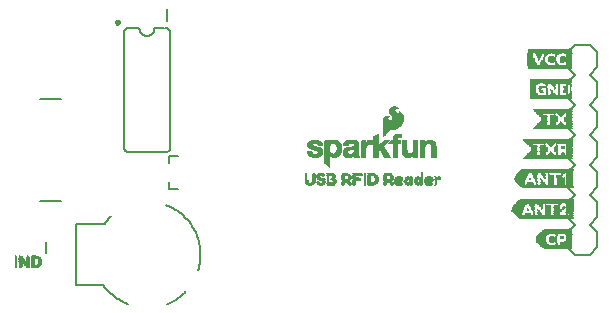
<source format=gto>
G75*
%MOIN*%
%OFA0B0*%
%FSLAX25Y25*%
%IPPOS*%
%LPD*%
%AMOC8*
5,1,8,0,0,1.08239X$1,22.5*
%
%ADD10C,0.00800*%
%ADD11C,0.01000*%
%ADD12R,0.09449X0.00157*%
%ADD13R,0.09606X0.00157*%
%ADD14R,0.09921X0.00157*%
%ADD15R,0.10079X0.00157*%
%ADD16R,0.10236X0.00157*%
%ADD17R,0.10394X0.00157*%
%ADD18R,0.10551X0.00157*%
%ADD19R,0.03780X0.00157*%
%ADD20R,0.06457X0.00157*%
%ADD21R,0.03307X0.00157*%
%ADD22R,0.00945X0.00157*%
%ADD23R,0.02677X0.00157*%
%ADD24R,0.03150X0.00157*%
%ADD25R,0.00630X0.00157*%
%ADD26R,0.02362X0.00157*%
%ADD27R,0.00472X0.00157*%
%ADD28R,0.02205X0.00157*%
%ADD29R,0.02047X0.00157*%
%ADD30R,0.01890X0.00157*%
%ADD31R,0.01102X0.00157*%
%ADD32R,0.01732X0.00157*%
%ADD33R,0.01417X0.00157*%
%ADD34R,0.00787X0.00157*%
%ADD35R,0.01260X0.00157*%
%ADD36R,0.02835X0.00157*%
%ADD37R,0.02992X0.00157*%
%ADD38R,0.02520X0.00157*%
%ADD39R,0.03937X0.00157*%
%ADD40R,0.04094X0.00157*%
%ADD41R,0.13858X0.00157*%
%ADD42R,0.01575X0.00157*%
%ADD43R,0.00315X0.00157*%
%ADD44R,0.00157X0.00157*%
%ADD45R,0.13071X0.00157*%
%ADD46R,0.12913X0.00157*%
%ADD47R,0.12756X0.00157*%
%ADD48R,0.12598X0.00157*%
%ADD49R,0.12441X0.00157*%
%ADD50R,0.12283X0.00157*%
%ADD51R,0.12126X0.00157*%
%ADD52R,0.06614X0.00157*%
%ADD53R,0.03465X0.00157*%
%ADD54R,0.16535X0.00157*%
%ADD55R,0.16378X0.00157*%
%ADD56R,0.16220X0.00157*%
%ADD57R,0.16063X0.00157*%
%ADD58R,0.15906X0.00157*%
%ADD59R,0.15748X0.00157*%
%ADD60R,0.15591X0.00157*%
%ADD61R,0.05512X0.00157*%
%ADD62R,0.14961X0.00157*%
%ADD63R,0.04252X0.00157*%
%ADD64C,0.00300*%
%ADD65R,0.17008X0.00157*%
%ADD66R,0.17165X0.00157*%
%ADD67R,0.17480X0.00157*%
%ADD68R,0.17638X0.00157*%
%ADD69R,0.17795X0.00157*%
%ADD70R,0.17953X0.00157*%
%ADD71R,0.18110X0.00157*%
%ADD72R,0.18268X0.00157*%
%ADD73R,0.03622X0.00157*%
%ADD74R,0.18425X0.00157*%
%ADD75R,0.18583X0.00157*%
%ADD76R,0.18740X0.00157*%
%ADD77R,0.18898X0.00157*%
%ADD78R,0.19055X0.00157*%
D10*
X0122633Y0079764D02*
X0131688Y0079764D01*
X0122633Y0079764D02*
X0122633Y0100236D01*
X0132082Y0100236D01*
X0117594Y0107992D02*
X0110507Y0107992D01*
X0112505Y0094375D02*
X0112505Y0090625D01*
X0132081Y0100237D02*
X0132270Y0100534D01*
X0132465Y0100828D01*
X0132667Y0101116D01*
X0132875Y0101401D01*
X0133090Y0101680D01*
X0133311Y0101954D01*
X0133538Y0102224D01*
X0133771Y0102488D01*
X0134010Y0102747D01*
X0134255Y0103001D01*
X0153499Y0111988D02*
X0156649Y0111988D01*
X0153499Y0111988D02*
X0153499Y0114350D01*
X0153499Y0120650D02*
X0153499Y0123012D01*
X0156649Y0123012D01*
X0153918Y0125800D02*
X0153918Y0164200D01*
X0153906Y0164281D01*
X0153891Y0164361D01*
X0153872Y0164440D01*
X0153850Y0164518D01*
X0153823Y0164595D01*
X0153794Y0164671D01*
X0153760Y0164745D01*
X0153723Y0164817D01*
X0153683Y0164888D01*
X0153639Y0164956D01*
X0153592Y0165023D01*
X0153542Y0165087D01*
X0153489Y0165148D01*
X0153433Y0165207D01*
X0153374Y0165264D01*
X0153313Y0165317D01*
X0153249Y0165368D01*
X0153183Y0165415D01*
X0153115Y0165459D01*
X0153045Y0165500D01*
X0152973Y0165538D01*
X0152899Y0165572D01*
X0152823Y0165602D01*
X0152747Y0165629D01*
X0152669Y0165652D01*
X0152590Y0165672D01*
X0152510Y0165687D01*
X0152429Y0165699D01*
X0152349Y0165707D01*
X0152267Y0165711D01*
X0152186Y0165712D01*
X0152105Y0165708D01*
X0152024Y0165701D01*
X0151974Y0165700D02*
X0148655Y0165700D01*
X0148655Y0165500D02*
X0148653Y0165402D01*
X0148647Y0165304D01*
X0148638Y0165206D01*
X0148624Y0165109D01*
X0148607Y0165012D01*
X0148586Y0164916D01*
X0148561Y0164821D01*
X0148533Y0164727D01*
X0148500Y0164635D01*
X0148465Y0164543D01*
X0148425Y0164453D01*
X0148383Y0164365D01*
X0148336Y0164278D01*
X0148287Y0164194D01*
X0148234Y0164111D01*
X0148178Y0164031D01*
X0148118Y0163952D01*
X0148056Y0163876D01*
X0147991Y0163803D01*
X0147923Y0163732D01*
X0147852Y0163664D01*
X0147779Y0163599D01*
X0147703Y0163537D01*
X0147624Y0163477D01*
X0147544Y0163421D01*
X0147461Y0163368D01*
X0147377Y0163319D01*
X0147290Y0163272D01*
X0147202Y0163230D01*
X0147112Y0163190D01*
X0147020Y0163155D01*
X0146928Y0163122D01*
X0146834Y0163094D01*
X0146739Y0163069D01*
X0146643Y0163048D01*
X0146546Y0163031D01*
X0146449Y0163017D01*
X0146351Y0163008D01*
X0146253Y0163002D01*
X0146155Y0163000D01*
X0146057Y0163002D01*
X0145959Y0163008D01*
X0145861Y0163017D01*
X0145764Y0163031D01*
X0145667Y0163048D01*
X0145571Y0163069D01*
X0145476Y0163094D01*
X0145382Y0163122D01*
X0145290Y0163155D01*
X0145198Y0163190D01*
X0145108Y0163230D01*
X0145020Y0163272D01*
X0144933Y0163319D01*
X0144849Y0163368D01*
X0144766Y0163421D01*
X0144686Y0163477D01*
X0144607Y0163537D01*
X0144531Y0163599D01*
X0144458Y0163664D01*
X0144387Y0163732D01*
X0144319Y0163803D01*
X0144254Y0163876D01*
X0144192Y0163952D01*
X0144132Y0164031D01*
X0144076Y0164111D01*
X0144023Y0164194D01*
X0143974Y0164278D01*
X0143927Y0164365D01*
X0143885Y0164453D01*
X0143845Y0164543D01*
X0143810Y0164635D01*
X0143777Y0164727D01*
X0143749Y0164821D01*
X0143724Y0164916D01*
X0143703Y0165012D01*
X0143686Y0165109D01*
X0143672Y0165206D01*
X0143663Y0165304D01*
X0143657Y0165402D01*
X0143655Y0165500D01*
X0143655Y0165700D02*
X0139699Y0165700D01*
X0139699Y0165699D02*
X0139629Y0165687D01*
X0139559Y0165670D01*
X0139491Y0165650D01*
X0139423Y0165627D01*
X0139357Y0165599D01*
X0139293Y0165568D01*
X0139231Y0165534D01*
X0139170Y0165496D01*
X0139111Y0165456D01*
X0139055Y0165412D01*
X0139002Y0165365D01*
X0138950Y0165315D01*
X0138902Y0165262D01*
X0138857Y0165207D01*
X0138814Y0165150D01*
X0138775Y0165090D01*
X0138739Y0165028D01*
X0138707Y0164965D01*
X0138678Y0164900D01*
X0138652Y0164833D01*
X0138630Y0164765D01*
X0138612Y0164696D01*
X0138598Y0164626D01*
X0138588Y0164555D01*
X0138581Y0164484D01*
X0138578Y0164413D01*
X0138579Y0164342D01*
X0138584Y0164270D01*
X0138593Y0164200D01*
X0138592Y0164200D02*
X0138592Y0125406D01*
X0138593Y0125406D02*
X0138605Y0125336D01*
X0138622Y0125266D01*
X0138642Y0125198D01*
X0138666Y0125131D01*
X0138693Y0125065D01*
X0138724Y0125000D01*
X0138758Y0124938D01*
X0138796Y0124877D01*
X0138837Y0124819D01*
X0138881Y0124762D01*
X0138928Y0124709D01*
X0138978Y0124658D01*
X0139030Y0124609D01*
X0139085Y0124564D01*
X0139143Y0124521D01*
X0139202Y0124482D01*
X0139264Y0124446D01*
X0139328Y0124414D01*
X0139393Y0124385D01*
X0139459Y0124359D01*
X0139527Y0124338D01*
X0139597Y0124319D01*
X0139666Y0124305D01*
X0139737Y0124295D01*
X0139808Y0124288D01*
X0139879Y0124285D01*
X0139951Y0124286D01*
X0140022Y0124291D01*
X0140093Y0124300D01*
X0140092Y0124300D02*
X0152418Y0124300D01*
X0152494Y0124302D01*
X0152569Y0124308D01*
X0152645Y0124317D01*
X0152720Y0124331D01*
X0152794Y0124348D01*
X0152867Y0124369D01*
X0152939Y0124393D01*
X0153009Y0124421D01*
X0153078Y0124453D01*
X0153146Y0124488D01*
X0153211Y0124527D01*
X0153275Y0124569D01*
X0153336Y0124614D01*
X0153395Y0124662D01*
X0153451Y0124713D01*
X0153505Y0124767D01*
X0153556Y0124823D01*
X0153604Y0124882D01*
X0153649Y0124943D01*
X0153691Y0125007D01*
X0153730Y0125072D01*
X0153765Y0125140D01*
X0153797Y0125209D01*
X0153825Y0125279D01*
X0153849Y0125351D01*
X0153870Y0125424D01*
X0153887Y0125498D01*
X0153901Y0125573D01*
X0153910Y0125649D01*
X0153916Y0125724D01*
X0153918Y0125800D01*
X0117594Y0142008D02*
X0110507Y0142008D01*
X0152755Y0168000D02*
X0152755Y0172000D01*
X0286255Y0157500D02*
X0286255Y0152500D01*
X0288755Y0150000D01*
X0286255Y0147500D01*
X0286255Y0142500D01*
X0288755Y0140000D01*
X0286255Y0137500D01*
X0286255Y0132500D01*
X0288755Y0130000D01*
X0286255Y0127500D01*
X0286255Y0122500D01*
X0288755Y0120000D01*
X0286255Y0117500D01*
X0286255Y0112500D01*
X0288755Y0110000D01*
X0286255Y0107500D01*
X0286255Y0102500D01*
X0288755Y0100000D01*
X0286255Y0097500D01*
X0286255Y0092500D01*
X0288755Y0090000D01*
X0293755Y0090000D01*
X0296255Y0092500D01*
X0296255Y0097500D01*
X0293755Y0100000D01*
X0296255Y0102500D01*
X0296255Y0107500D01*
X0293755Y0110000D01*
X0296255Y0112500D01*
X0296255Y0117500D01*
X0293755Y0120000D01*
X0296255Y0122500D01*
X0296255Y0127500D01*
X0293755Y0130000D01*
X0296255Y0132500D01*
X0296255Y0137500D01*
X0293755Y0140000D01*
X0296255Y0142500D01*
X0296255Y0147500D01*
X0293755Y0150000D01*
X0296255Y0152500D01*
X0296255Y0157500D01*
X0293755Y0160000D01*
X0288755Y0160000D01*
X0286255Y0157500D01*
X0139956Y0073464D02*
X0139532Y0073637D01*
X0139113Y0073820D01*
X0138698Y0074013D01*
X0138288Y0074216D01*
X0137882Y0074428D01*
X0137482Y0074651D01*
X0137088Y0074883D01*
X0136699Y0075124D01*
X0136316Y0075374D01*
X0135939Y0075634D01*
X0135568Y0075902D01*
X0135204Y0076180D01*
X0134847Y0076466D01*
X0134496Y0076760D01*
X0134153Y0077063D01*
X0133817Y0077374D01*
X0133489Y0077693D01*
X0133169Y0078020D01*
X0132856Y0078354D01*
X0132552Y0078696D01*
X0132255Y0079045D01*
X0131968Y0079401D01*
X0131689Y0079763D01*
X0152755Y0073500D02*
X0153143Y0073661D01*
X0153527Y0073830D01*
X0153906Y0074009D01*
X0154282Y0074197D01*
X0154652Y0074393D01*
X0155018Y0074599D01*
X0155379Y0074813D01*
X0155735Y0075035D01*
X0156086Y0075265D01*
X0156431Y0075504D01*
X0156770Y0075751D01*
X0157103Y0076006D01*
X0157430Y0076269D01*
X0157751Y0076539D01*
X0158066Y0076817D01*
X0158374Y0077102D01*
X0158675Y0077394D01*
X0158969Y0077694D01*
X0159256Y0078000D01*
X0163255Y0085000D02*
X0163372Y0085410D01*
X0163480Y0085823D01*
X0163577Y0086239D01*
X0163664Y0086657D01*
X0163741Y0087077D01*
X0163808Y0087499D01*
X0163865Y0087922D01*
X0163911Y0088346D01*
X0163947Y0088772D01*
X0163973Y0089198D01*
X0163988Y0089625D01*
X0163993Y0090051D01*
X0163988Y0090478D01*
X0163972Y0090905D01*
X0163946Y0091331D01*
X0163910Y0091757D01*
X0163863Y0092181D01*
X0163806Y0092604D01*
X0163739Y0093026D01*
X0163661Y0093446D01*
X0163574Y0093863D01*
X0163476Y0094279D01*
X0163368Y0094692D01*
X0163251Y0095103D01*
X0163123Y0095510D01*
X0162986Y0095914D01*
X0162838Y0096315D01*
X0162681Y0096712D01*
X0162515Y0097105D01*
X0162339Y0097494D01*
X0162154Y0097879D01*
X0161959Y0098259D01*
X0161755Y0098634D01*
X0161543Y0099004D01*
X0161321Y0099369D01*
X0161090Y0099728D01*
X0160851Y0100082D01*
X0160604Y0100430D01*
X0160348Y0100772D01*
X0160083Y0101107D01*
X0159811Y0101436D01*
X0159531Y0101758D01*
X0159243Y0102073D01*
X0158948Y0102381D01*
X0158645Y0102682D01*
X0158335Y0102976D01*
X0158018Y0103262D01*
X0157694Y0103540D01*
X0157363Y0103810D01*
X0157026Y0104072D01*
X0156683Y0104326D01*
X0156334Y0104572D01*
X0155978Y0104809D01*
X0155618Y0105037D01*
X0155251Y0105256D01*
X0154880Y0105467D01*
X0154503Y0105668D01*
X0154122Y0105860D01*
X0153736Y0106043D01*
X0153346Y0106217D01*
X0152952Y0106381D01*
X0152554Y0106535D01*
D11*
X0135755Y0167500D02*
X0135757Y0167544D01*
X0135763Y0167588D01*
X0135773Y0167631D01*
X0135786Y0167673D01*
X0135803Y0167714D01*
X0135824Y0167753D01*
X0135848Y0167790D01*
X0135875Y0167825D01*
X0135905Y0167857D01*
X0135938Y0167887D01*
X0135974Y0167913D01*
X0136011Y0167937D01*
X0136051Y0167956D01*
X0136092Y0167973D01*
X0136135Y0167985D01*
X0136178Y0167994D01*
X0136222Y0167999D01*
X0136266Y0168000D01*
X0136310Y0167997D01*
X0136354Y0167990D01*
X0136397Y0167979D01*
X0136439Y0167965D01*
X0136479Y0167947D01*
X0136518Y0167925D01*
X0136554Y0167901D01*
X0136588Y0167873D01*
X0136620Y0167842D01*
X0136649Y0167808D01*
X0136675Y0167772D01*
X0136697Y0167734D01*
X0136716Y0167694D01*
X0136731Y0167652D01*
X0136743Y0167610D01*
X0136751Y0167566D01*
X0136755Y0167522D01*
X0136755Y0167478D01*
X0136751Y0167434D01*
X0136743Y0167390D01*
X0136731Y0167348D01*
X0136716Y0167306D01*
X0136697Y0167266D01*
X0136675Y0167228D01*
X0136649Y0167192D01*
X0136620Y0167158D01*
X0136588Y0167127D01*
X0136554Y0167099D01*
X0136518Y0167075D01*
X0136479Y0167053D01*
X0136439Y0167035D01*
X0136397Y0167021D01*
X0136354Y0167010D01*
X0136310Y0167003D01*
X0136266Y0167000D01*
X0136222Y0167001D01*
X0136178Y0167006D01*
X0136135Y0167015D01*
X0136092Y0167027D01*
X0136051Y0167044D01*
X0136011Y0167063D01*
X0135974Y0167087D01*
X0135938Y0167113D01*
X0135905Y0167143D01*
X0135875Y0167175D01*
X0135848Y0167210D01*
X0135824Y0167247D01*
X0135803Y0167286D01*
X0135786Y0167327D01*
X0135773Y0167369D01*
X0135763Y0167412D01*
X0135757Y0167456D01*
X0135755Y0167500D01*
D12*
X0283129Y0098150D03*
X0283129Y0091850D03*
D13*
X0283050Y0092008D03*
X0283050Y0097992D03*
X0282950Y0147047D03*
D14*
X0282893Y0097835D03*
X0282893Y0092165D03*
D15*
X0282814Y0092323D03*
X0282814Y0097677D03*
D16*
X0282735Y0097520D03*
X0282735Y0092480D03*
D17*
X0282657Y0092638D03*
X0282657Y0097362D03*
D18*
X0282578Y0097205D03*
X0282578Y0092795D03*
D19*
X0279035Y0097047D03*
X0269617Y0104370D03*
X0269617Y0104528D03*
X0269617Y0104685D03*
X0270562Y0106575D03*
X0270720Y0106732D03*
X0271562Y0116982D03*
X0271720Y0117140D03*
X0274470Y0122953D03*
X0277812Y0132953D03*
D20*
X0284625Y0097047D03*
D21*
X0278641Y0096890D03*
X0277539Y0095630D03*
X0277381Y0095472D03*
X0277381Y0095315D03*
X0277381Y0095157D03*
X0277381Y0095000D03*
X0277381Y0094843D03*
X0277381Y0094685D03*
X0277381Y0094528D03*
X0278798Y0092953D03*
X0269696Y0104055D03*
X0283397Y0104843D03*
X0270539Y0114305D03*
X0274548Y0123268D03*
X0277891Y0133268D03*
X0275548Y0147047D03*
X0274548Y0153110D03*
X0274548Y0153268D03*
X0278643Y0152953D03*
X0282895Y0157047D03*
X0221383Y0116102D03*
X0221383Y0113898D03*
X0221383Y0113740D03*
X0226737Y0115000D03*
X0216344Y0116260D03*
X0216344Y0116417D03*
X0216344Y0116575D03*
X0216344Y0116732D03*
X0207682Y0113898D03*
X0109200Y0088602D03*
X0109200Y0086398D03*
X0109200Y0086240D03*
D22*
X0103924Y0085768D03*
X0103924Y0085610D03*
X0102507Y0085610D03*
X0102507Y0085768D03*
X0102507Y0085925D03*
X0102507Y0086083D03*
X0102507Y0086240D03*
X0102507Y0086398D03*
X0102507Y0086555D03*
X0102507Y0086713D03*
X0102507Y0086870D03*
X0102507Y0087028D03*
X0102507Y0087185D03*
X0102507Y0087343D03*
X0102507Y0087500D03*
X0102507Y0087657D03*
X0102507Y0087815D03*
X0102507Y0087972D03*
X0102507Y0088130D03*
X0102507Y0088287D03*
X0102507Y0088445D03*
X0102507Y0088602D03*
X0102507Y0088760D03*
X0102507Y0088917D03*
X0102507Y0089075D03*
X0102507Y0089232D03*
X0102507Y0089390D03*
X0103924Y0089390D03*
X0106602Y0089390D03*
X0106602Y0089232D03*
X0199257Y0114685D03*
X0199257Y0114843D03*
X0199257Y0115000D03*
X0199257Y0115157D03*
X0199257Y0115315D03*
X0199257Y0115472D03*
X0199257Y0115630D03*
X0199257Y0115787D03*
X0199257Y0115945D03*
X0199257Y0116102D03*
X0199257Y0116260D03*
X0199257Y0116417D03*
X0199257Y0116575D03*
X0199257Y0116732D03*
X0199257Y0116890D03*
X0201934Y0116890D03*
X0201934Y0116732D03*
X0203194Y0115945D03*
X0204769Y0116102D03*
X0206501Y0115945D03*
X0206501Y0115787D03*
X0206501Y0115630D03*
X0206501Y0115472D03*
X0206501Y0115315D03*
X0206501Y0115157D03*
X0206501Y0115000D03*
X0206501Y0114843D03*
X0206501Y0114685D03*
X0206501Y0114528D03*
X0206501Y0114370D03*
X0206501Y0114213D03*
X0206501Y0114055D03*
X0213903Y0113110D03*
X0215163Y0113110D03*
X0218785Y0113110D03*
X0218785Y0113268D03*
X0218785Y0113425D03*
X0218785Y0113583D03*
X0218785Y0113740D03*
X0218785Y0113898D03*
X0218785Y0114055D03*
X0218785Y0114213D03*
X0218785Y0114370D03*
X0218785Y0114528D03*
X0218785Y0114685D03*
X0218785Y0114843D03*
X0218785Y0115000D03*
X0218785Y0115157D03*
X0218785Y0115315D03*
X0218785Y0115472D03*
X0218785Y0115630D03*
X0218785Y0115787D03*
X0218785Y0115945D03*
X0218785Y0116102D03*
X0218785Y0116260D03*
X0218785Y0116417D03*
X0218785Y0116575D03*
X0218785Y0116732D03*
X0218785Y0116890D03*
X0227918Y0113110D03*
X0232328Y0114213D03*
X0232328Y0114528D03*
X0237682Y0115787D03*
X0237682Y0115945D03*
X0237682Y0116102D03*
X0237682Y0116260D03*
X0237682Y0116417D03*
X0237682Y0116575D03*
X0237682Y0116732D03*
X0237682Y0116890D03*
X0237682Y0117047D03*
X0242407Y0114685D03*
X0242407Y0114528D03*
X0242407Y0114370D03*
X0242407Y0114213D03*
X0242407Y0114055D03*
X0242407Y0113898D03*
X0242407Y0113740D03*
X0242407Y0113583D03*
X0242407Y0113425D03*
X0242407Y0113268D03*
X0242407Y0113110D03*
X0274972Y0104685D03*
X0274972Y0104528D03*
X0276861Y0104055D03*
X0277649Y0105787D03*
X0284893Y0105157D03*
X0285050Y0105315D03*
X0285050Y0105472D03*
X0285050Y0105787D03*
X0282499Y0096890D03*
X0284389Y0095945D03*
X0277861Y0114148D03*
X0278491Y0116037D03*
X0278491Y0116195D03*
X0275814Y0115093D03*
X0275814Y0114935D03*
X0284633Y0116667D03*
X0284791Y0116825D03*
X0284706Y0123740D03*
X0284706Y0123898D03*
X0284706Y0125945D03*
X0282659Y0125787D03*
X0282659Y0124213D03*
X0280769Y0123740D03*
X0284269Y0133740D03*
X0287281Y0143425D03*
X0287281Y0146417D03*
X0285391Y0145945D03*
X0281926Y0145945D03*
X0281926Y0145787D03*
X0281296Y0143898D03*
X0279407Y0143110D03*
X0277044Y0144685D03*
X0277044Y0144843D03*
X0277044Y0145000D03*
X0277044Y0145157D03*
X0282816Y0153425D03*
X0284706Y0153898D03*
X0284706Y0155945D03*
X0282816Y0156575D03*
X0278407Y0154843D03*
X0278407Y0154685D03*
X0276674Y0155157D03*
X0276674Y0155315D03*
D23*
X0274233Y0154528D03*
X0274233Y0154370D03*
X0281163Y0155000D03*
X0281320Y0155472D03*
X0281320Y0155630D03*
X0281320Y0154370D03*
X0275233Y0146732D03*
X0278206Y0136102D03*
X0278206Y0133898D03*
X0281828Y0134528D03*
X0281828Y0135472D03*
X0286552Y0135315D03*
X0286552Y0134685D03*
X0278485Y0125315D03*
X0278485Y0124685D03*
X0278485Y0124528D03*
X0274863Y0123898D03*
X0274863Y0126102D03*
X0270696Y0113833D03*
X0284082Y0113833D03*
X0284082Y0113990D03*
X0284082Y0114148D03*
X0284082Y0114305D03*
X0284082Y0114463D03*
X0284082Y0114620D03*
X0284082Y0114778D03*
X0284082Y0114935D03*
X0284082Y0115093D03*
X0284082Y0115250D03*
X0284082Y0115407D03*
X0284082Y0113675D03*
X0284082Y0113518D03*
X0284082Y0113360D03*
X0286515Y0096890D03*
X0281633Y0095630D03*
X0281633Y0094213D03*
X0240123Y0113425D03*
X0240123Y0115157D03*
X0240123Y0115315D03*
X0236816Y0115315D03*
X0236816Y0113425D03*
X0233509Y0113425D03*
X0233509Y0115315D03*
X0230044Y0115157D03*
X0226422Y0116732D03*
X0221068Y0116732D03*
X0216029Y0115157D03*
X0216029Y0115000D03*
X0216029Y0114843D03*
X0216029Y0114685D03*
X0212407Y0116732D03*
X0207367Y0116732D03*
X0204060Y0116417D03*
X0204060Y0116260D03*
X0204060Y0113425D03*
X0207367Y0113110D03*
X0200596Y0113425D03*
X0108885Y0089232D03*
D24*
X0109121Y0088760D03*
X0109121Y0086083D03*
X0200517Y0113740D03*
X0207603Y0113740D03*
X0207603Y0113583D03*
X0207603Y0116102D03*
X0207603Y0116260D03*
X0212643Y0116260D03*
X0212643Y0116102D03*
X0212643Y0115000D03*
X0212643Y0114843D03*
X0216265Y0116102D03*
X0216265Y0116890D03*
X0221304Y0116260D03*
X0221304Y0113583D03*
X0226659Y0114685D03*
X0226659Y0114843D03*
X0226659Y0116102D03*
X0226659Y0116260D03*
X0270617Y0114148D03*
X0274627Y0123425D03*
X0277970Y0133425D03*
X0275470Y0142953D03*
X0274470Y0153425D03*
X0274470Y0153583D03*
X0278405Y0096732D03*
X0278247Y0096575D03*
X0278090Y0096417D03*
X0277932Y0096260D03*
X0277775Y0096102D03*
X0277617Y0095945D03*
X0277617Y0095787D03*
X0277460Y0094370D03*
X0277617Y0094213D03*
X0277617Y0094055D03*
X0277775Y0093898D03*
X0278562Y0093110D03*
D25*
X0282657Y0093898D03*
X0282657Y0095945D03*
X0282657Y0096732D03*
X0276704Y0104370D03*
X0276704Y0104528D03*
X0277806Y0105315D03*
X0275129Y0104055D03*
X0275129Y0103898D03*
X0283476Y0106260D03*
X0283633Y0106575D03*
X0276129Y0113203D03*
X0275972Y0114305D03*
X0275972Y0114463D03*
X0277704Y0114620D03*
X0278649Y0115722D03*
X0273924Y0115093D03*
X0273924Y0114935D03*
X0284476Y0116510D03*
X0282974Y0123110D03*
X0282816Y0123898D03*
X0282816Y0126102D03*
X0282974Y0126890D03*
X0283659Y0143110D03*
X0285233Y0143898D03*
X0287438Y0143898D03*
X0287438Y0143740D03*
X0287438Y0146102D03*
X0283659Y0146890D03*
X0282084Y0145472D03*
X0281139Y0144370D03*
X0279407Y0145315D03*
X0279407Y0146102D03*
X0279407Y0146260D03*
X0279407Y0146417D03*
X0279407Y0146575D03*
X0279407Y0143268D03*
X0282659Y0153740D03*
X0282501Y0153898D03*
X0282344Y0155787D03*
X0282501Y0155945D03*
X0282659Y0156260D03*
X0279037Y0156260D03*
X0279037Y0156417D03*
X0278879Y0156102D03*
X0278722Y0155787D03*
X0278564Y0155472D03*
X0278564Y0155315D03*
X0276674Y0155000D03*
X0276674Y0154843D03*
X0237682Y0117205D03*
X0240989Y0113740D03*
X0230911Y0113740D03*
D26*
X0230202Y0113110D03*
X0230044Y0115472D03*
X0233666Y0115630D03*
X0233666Y0113110D03*
X0236974Y0113110D03*
X0236974Y0115630D03*
X0240123Y0115472D03*
X0226422Y0116890D03*
X0220911Y0116890D03*
X0207367Y0112953D03*
X0204060Y0113268D03*
X0204375Y0114843D03*
X0204218Y0115000D03*
X0204060Y0115157D03*
X0200596Y0113268D03*
X0269853Y0103425D03*
X0273003Y0102953D03*
X0282924Y0104213D03*
X0287176Y0104370D03*
X0287176Y0106732D03*
X0286672Y0096732D03*
X0270696Y0113675D03*
X0275021Y0124213D03*
X0275021Y0125787D03*
X0278328Y0125630D03*
X0278328Y0124213D03*
X0280848Y0122953D03*
X0280848Y0127047D03*
X0284190Y0132953D03*
X0281670Y0134213D03*
X0281670Y0135787D03*
X0278363Y0135787D03*
X0278363Y0134213D03*
X0286710Y0134213D03*
X0286710Y0135630D03*
X0275076Y0143425D03*
X0282895Y0152953D03*
X0286674Y0156890D03*
X0274076Y0155157D03*
X0274076Y0155000D03*
X0108728Y0089390D03*
X0105893Y0087343D03*
X0104633Y0087500D03*
D27*
X0200596Y0112795D03*
X0203115Y0114213D03*
X0204848Y0115945D03*
X0273003Y0105000D03*
X0273003Y0104843D03*
X0275208Y0103740D03*
X0275208Y0103583D03*
X0275208Y0103110D03*
X0276625Y0104685D03*
X0277885Y0105157D03*
X0279302Y0106260D03*
X0279145Y0106890D03*
X0283554Y0106417D03*
X0276208Y0113360D03*
X0276050Y0113990D03*
X0276050Y0114148D03*
X0277625Y0114778D03*
X0278728Y0115407D03*
X0278728Y0115565D03*
X0280145Y0116510D03*
X0280145Y0116667D03*
X0280145Y0117140D03*
X0280848Y0124055D03*
X0280848Y0125945D03*
X0282895Y0126260D03*
X0282895Y0123740D03*
X0278800Y0126260D03*
X0278800Y0126890D03*
X0284190Y0134055D03*
X0284190Y0135945D03*
X0282143Y0136260D03*
X0282143Y0136890D03*
X0283580Y0143268D03*
X0283580Y0143425D03*
X0283580Y0143583D03*
X0283580Y0143740D03*
X0283580Y0143898D03*
X0283580Y0144055D03*
X0283580Y0144213D03*
X0283580Y0144370D03*
X0283580Y0144528D03*
X0283580Y0144685D03*
X0283580Y0144843D03*
X0283580Y0145000D03*
X0283580Y0145157D03*
X0283580Y0145315D03*
X0283580Y0145472D03*
X0283580Y0145630D03*
X0283580Y0145787D03*
X0283580Y0145945D03*
X0283580Y0146102D03*
X0283580Y0146260D03*
X0283580Y0146417D03*
X0283580Y0146575D03*
X0283580Y0146732D03*
X0282163Y0145315D03*
X0282163Y0145157D03*
X0281060Y0144528D03*
X0279485Y0144528D03*
X0279485Y0144685D03*
X0279485Y0144843D03*
X0279485Y0145000D03*
X0279485Y0145157D03*
X0279485Y0144370D03*
X0279485Y0144213D03*
X0279485Y0144055D03*
X0279485Y0143898D03*
X0279485Y0143740D03*
X0279485Y0143583D03*
X0279485Y0143425D03*
X0287517Y0144055D03*
X0287517Y0144213D03*
X0287517Y0145787D03*
X0287517Y0145945D03*
X0278643Y0155630D03*
X0278800Y0155945D03*
X0282580Y0156102D03*
X0282735Y0096575D03*
X0282735Y0096417D03*
X0282735Y0096260D03*
X0282735Y0096102D03*
X0282735Y0093740D03*
X0282735Y0093583D03*
X0282735Y0093425D03*
X0282735Y0093268D03*
D28*
X0286751Y0094370D03*
X0286751Y0096575D03*
X0282688Y0102953D03*
X0282846Y0104055D03*
X0287255Y0104528D03*
X0287255Y0106575D03*
X0280853Y0113203D03*
X0275342Y0117140D03*
X0273924Y0113360D03*
X0271090Y0113203D03*
X0270775Y0113518D03*
X0273082Y0103110D03*
X0243037Y0115000D03*
X0243037Y0115157D03*
X0243037Y0115315D03*
X0243037Y0115472D03*
X0243037Y0115630D03*
X0240202Y0113110D03*
X0215792Y0115472D03*
X0212328Y0116890D03*
X0204139Y0116732D03*
X0275100Y0124370D03*
X0275100Y0124528D03*
X0275100Y0125472D03*
X0275100Y0125630D03*
X0278249Y0125787D03*
X0278249Y0125945D03*
X0278249Y0124055D03*
X0278092Y0122953D03*
X0286911Y0126732D03*
X0281434Y0132953D03*
X0281592Y0134055D03*
X0281592Y0135945D03*
X0284269Y0136890D03*
X0286789Y0135787D03*
X0286789Y0134055D03*
X0278442Y0134370D03*
X0278442Y0135630D03*
X0274997Y0143583D03*
X0274997Y0146260D03*
X0274997Y0146417D03*
X0278407Y0153425D03*
X0273997Y0155315D03*
X0273997Y0155472D03*
X0273997Y0157047D03*
X0276674Y0156732D03*
X0276674Y0156575D03*
X0286753Y0155787D03*
X0105972Y0087185D03*
X0105972Y0087028D03*
X0104554Y0087657D03*
X0104554Y0087815D03*
D29*
X0104476Y0087972D03*
X0106050Y0086870D03*
X0108728Y0085453D03*
X0200596Y0113110D03*
X0204060Y0113110D03*
X0204533Y0114685D03*
X0203745Y0115315D03*
X0220911Y0112953D03*
X0240123Y0115630D03*
X0269853Y0103268D03*
X0270011Y0103110D03*
X0270168Y0102953D03*
X0273003Y0103268D03*
X0274420Y0106732D03*
X0274420Y0106890D03*
X0274003Y0113518D03*
X0270853Y0113360D03*
X0287231Y0113203D03*
X0287334Y0106417D03*
X0287334Y0104685D03*
X0282767Y0103898D03*
X0279932Y0102953D03*
X0286830Y0096417D03*
X0286830Y0094528D03*
X0280848Y0123110D03*
X0278170Y0123898D03*
X0278170Y0126102D03*
X0280848Y0126890D03*
X0275178Y0125315D03*
X0275178Y0125157D03*
X0275178Y0125000D03*
X0275178Y0124843D03*
X0275178Y0124685D03*
X0273761Y0126890D03*
X0278521Y0134528D03*
X0278521Y0134685D03*
X0278521Y0134843D03*
X0278521Y0135000D03*
X0278521Y0135157D03*
X0278521Y0135315D03*
X0278521Y0135472D03*
X0277103Y0136890D03*
X0281513Y0136102D03*
X0281513Y0133898D03*
X0284190Y0133110D03*
X0286867Y0133898D03*
X0286867Y0135945D03*
X0286867Y0136102D03*
X0286867Y0137047D03*
X0274918Y0143740D03*
X0274918Y0143898D03*
X0274918Y0146102D03*
X0278328Y0153583D03*
X0273918Y0155630D03*
X0273918Y0155787D03*
X0282895Y0156890D03*
X0286832Y0156732D03*
X0286832Y0154055D03*
X0286832Y0153110D03*
X0286989Y0126575D03*
X0286989Y0124528D03*
X0286989Y0124370D03*
D30*
X0287068Y0124213D03*
X0287068Y0124055D03*
X0287068Y0123898D03*
X0287068Y0124685D03*
X0287068Y0126260D03*
X0287068Y0126417D03*
X0287068Y0122953D03*
X0280769Y0126732D03*
X0278092Y0123740D03*
X0278176Y0117140D03*
X0280853Y0116352D03*
X0280853Y0116195D03*
X0280853Y0116037D03*
X0280853Y0115880D03*
X0280853Y0115722D03*
X0280853Y0115565D03*
X0280853Y0115407D03*
X0280853Y0115250D03*
X0280853Y0115093D03*
X0280853Y0114935D03*
X0280853Y0114778D03*
X0280853Y0114620D03*
X0280853Y0114463D03*
X0280853Y0114305D03*
X0280853Y0114148D03*
X0280853Y0113990D03*
X0280853Y0113833D03*
X0280853Y0113675D03*
X0280853Y0113518D03*
X0280853Y0113360D03*
X0278176Y0113203D03*
X0273924Y0113675D03*
X0273924Y0113833D03*
X0275342Y0116825D03*
X0275342Y0116982D03*
X0283688Y0116352D03*
X0283688Y0115565D03*
X0287310Y0115565D03*
X0287310Y0115722D03*
X0287310Y0115880D03*
X0287310Y0116037D03*
X0287310Y0116195D03*
X0287310Y0116352D03*
X0287310Y0116510D03*
X0287310Y0116667D03*
X0287310Y0116825D03*
X0287310Y0116982D03*
X0287310Y0117140D03*
X0287310Y0115407D03*
X0287310Y0115250D03*
X0287310Y0115093D03*
X0287310Y0114935D03*
X0287310Y0114778D03*
X0287310Y0114620D03*
X0287310Y0114463D03*
X0287310Y0114305D03*
X0287310Y0114148D03*
X0287310Y0113990D03*
X0287310Y0113833D03*
X0287310Y0113675D03*
X0287310Y0113518D03*
X0287310Y0113360D03*
X0287413Y0106260D03*
X0287413Y0106102D03*
X0287413Y0105945D03*
X0287413Y0105157D03*
X0287413Y0105000D03*
X0287413Y0104843D03*
X0282688Y0105157D03*
X0282688Y0105315D03*
X0282688Y0105472D03*
X0282688Y0105787D03*
X0282688Y0105945D03*
X0282688Y0106102D03*
X0282688Y0103740D03*
X0282688Y0103583D03*
X0282688Y0103268D03*
X0282688Y0103110D03*
X0277176Y0102953D03*
X0273082Y0103425D03*
X0274499Y0106417D03*
X0274499Y0106575D03*
X0286909Y0096260D03*
X0286909Y0096102D03*
X0286909Y0094843D03*
X0286909Y0094685D03*
X0230123Y0115630D03*
X0204139Y0116890D03*
X0274840Y0144055D03*
X0274840Y0144213D03*
X0274840Y0144370D03*
X0274840Y0145630D03*
X0274840Y0145787D03*
X0274840Y0145945D03*
X0281611Y0146890D03*
X0281611Y0142953D03*
X0286808Y0142953D03*
X0286946Y0136890D03*
X0286946Y0136260D03*
X0286946Y0133740D03*
X0286946Y0132953D03*
X0281434Y0133110D03*
X0281434Y0133583D03*
X0281434Y0133740D03*
X0284269Y0136732D03*
X0277182Y0136732D03*
X0286911Y0153268D03*
X0286911Y0153740D03*
X0286911Y0153898D03*
X0286911Y0155945D03*
X0286911Y0156102D03*
X0286911Y0156575D03*
X0276674Y0156417D03*
X0276674Y0156260D03*
X0273840Y0156102D03*
X0273840Y0155945D03*
X0273840Y0156890D03*
X0106129Y0086713D03*
X0104397Y0088130D03*
D31*
X0104003Y0087343D03*
X0104003Y0087185D03*
X0104003Y0087028D03*
X0104003Y0086870D03*
X0104003Y0086713D03*
X0104003Y0086555D03*
X0104003Y0086398D03*
X0104003Y0086240D03*
X0104003Y0086083D03*
X0104003Y0085925D03*
X0106523Y0085768D03*
X0106523Y0085610D03*
X0108098Y0086555D03*
X0108098Y0086713D03*
X0108098Y0086870D03*
X0108098Y0087028D03*
X0108098Y0087185D03*
X0108098Y0087343D03*
X0108098Y0087500D03*
X0108098Y0087657D03*
X0108098Y0087815D03*
X0108098Y0087972D03*
X0108098Y0088130D03*
X0108098Y0088287D03*
X0108098Y0088445D03*
X0106523Y0088445D03*
X0106523Y0088602D03*
X0106523Y0088760D03*
X0106523Y0088917D03*
X0106523Y0089075D03*
X0106523Y0088287D03*
X0106523Y0088130D03*
X0106523Y0087972D03*
X0106523Y0087815D03*
X0106523Y0087657D03*
X0106523Y0087500D03*
X0104003Y0089232D03*
X0110460Y0088130D03*
X0110617Y0087972D03*
X0110617Y0087815D03*
X0110617Y0087657D03*
X0110617Y0087500D03*
X0110617Y0087343D03*
X0110617Y0087185D03*
X0110617Y0087028D03*
X0199336Y0114213D03*
X0199336Y0114370D03*
X0199336Y0114528D03*
X0201698Y0114055D03*
X0201855Y0114213D03*
X0201855Y0114370D03*
X0201855Y0114528D03*
X0201855Y0114685D03*
X0201855Y0114843D03*
X0201855Y0115000D03*
X0201855Y0115157D03*
X0201855Y0115315D03*
X0201855Y0115472D03*
X0201855Y0115630D03*
X0201855Y0115787D03*
X0201855Y0115945D03*
X0201855Y0116102D03*
X0201855Y0116260D03*
X0201855Y0116417D03*
X0201855Y0116575D03*
X0203115Y0115787D03*
X0203273Y0115630D03*
X0203273Y0116102D03*
X0204060Y0117047D03*
X0205163Y0114213D03*
X0205163Y0114055D03*
X0205005Y0113898D03*
X0208785Y0114055D03*
X0208785Y0114213D03*
X0208785Y0114370D03*
X0208785Y0114528D03*
X0208627Y0115630D03*
X0208627Y0115787D03*
X0208627Y0115945D03*
X0211619Y0115945D03*
X0211619Y0115787D03*
X0211619Y0115630D03*
X0211619Y0115472D03*
X0211619Y0115315D03*
X0211619Y0115157D03*
X0211619Y0113898D03*
X0211619Y0113740D03*
X0211619Y0113583D03*
X0211619Y0113425D03*
X0211619Y0113268D03*
X0211619Y0113110D03*
X0213666Y0113740D03*
X0213824Y0113425D03*
X0213824Y0113268D03*
X0215241Y0113268D03*
X0215241Y0113425D03*
X0215241Y0113583D03*
X0215241Y0113740D03*
X0215241Y0113898D03*
X0215241Y0114055D03*
X0215241Y0114213D03*
X0215241Y0114370D03*
X0215241Y0115630D03*
X0215241Y0115787D03*
X0215241Y0115945D03*
X0213824Y0115787D03*
X0213824Y0115630D03*
X0213824Y0115472D03*
X0213824Y0115315D03*
X0220281Y0115315D03*
X0220281Y0115472D03*
X0220281Y0115630D03*
X0220281Y0115787D03*
X0220281Y0115945D03*
X0220281Y0115157D03*
X0220281Y0115000D03*
X0220281Y0114843D03*
X0220281Y0114685D03*
X0220281Y0114528D03*
X0220281Y0114370D03*
X0220281Y0114213D03*
X0220281Y0114055D03*
X0222800Y0114528D03*
X0222800Y0114685D03*
X0222800Y0114843D03*
X0222800Y0115000D03*
X0222800Y0115157D03*
X0222800Y0115315D03*
X0222800Y0115472D03*
X0222643Y0115630D03*
X0225635Y0115630D03*
X0225635Y0115787D03*
X0225635Y0115945D03*
X0225635Y0115472D03*
X0225635Y0115315D03*
X0225635Y0115157D03*
X0225635Y0113898D03*
X0225635Y0113740D03*
X0225635Y0113583D03*
X0225635Y0113425D03*
X0225635Y0113268D03*
X0225635Y0113110D03*
X0227682Y0113740D03*
X0227682Y0113898D03*
X0227840Y0113425D03*
X0227840Y0113268D03*
X0229100Y0113898D03*
X0229100Y0114685D03*
X0227840Y0115315D03*
X0227840Y0115472D03*
X0227840Y0115630D03*
X0227840Y0115787D03*
X0230989Y0114843D03*
X0230989Y0114685D03*
X0232249Y0114370D03*
X0232407Y0114055D03*
X0232407Y0114685D03*
X0234296Y0114528D03*
X0234296Y0114370D03*
X0234296Y0114213D03*
X0235714Y0114213D03*
X0235714Y0114370D03*
X0235714Y0114528D03*
X0235714Y0114685D03*
X0235714Y0114055D03*
X0237603Y0114055D03*
X0237603Y0114213D03*
X0237603Y0114370D03*
X0237603Y0114528D03*
X0237603Y0114685D03*
X0239178Y0114685D03*
X0239178Y0113898D03*
X0241068Y0114685D03*
X0241068Y0114843D03*
X0242485Y0114843D03*
X0274893Y0105000D03*
X0274893Y0104843D03*
X0276940Y0103898D03*
X0276940Y0103740D03*
X0277570Y0105945D03*
X0283712Y0106890D03*
X0285129Y0105630D03*
X0281161Y0095945D03*
X0284468Y0095157D03*
X0277940Y0113990D03*
X0278413Y0116352D03*
X0275735Y0115407D03*
X0275735Y0115250D03*
X0284869Y0116982D03*
X0284785Y0123268D03*
X0284785Y0123425D03*
X0284785Y0123583D03*
X0284785Y0125157D03*
X0284785Y0125315D03*
X0284785Y0125472D03*
X0284785Y0125630D03*
X0284785Y0125787D03*
X0282580Y0125630D03*
X0282580Y0124370D03*
X0280848Y0126260D03*
X0284190Y0136260D03*
X0287202Y0143268D03*
X0285470Y0144055D03*
X0285470Y0145787D03*
X0287202Y0146575D03*
X0281848Y0146102D03*
X0281375Y0143740D03*
X0277753Y0145945D03*
X0277123Y0145315D03*
X0278328Y0154370D03*
X0278328Y0154528D03*
X0279273Y0156732D03*
X0281005Y0155945D03*
D32*
X0278328Y0153898D03*
X0278328Y0153740D03*
X0276753Y0156102D03*
X0273761Y0156260D03*
X0273761Y0156417D03*
X0273761Y0156575D03*
X0273761Y0156732D03*
X0286989Y0156417D03*
X0286989Y0156260D03*
X0286989Y0153583D03*
X0286989Y0153425D03*
X0274761Y0145472D03*
X0274761Y0145315D03*
X0274761Y0145157D03*
X0274761Y0145000D03*
X0274761Y0144843D03*
X0274761Y0144685D03*
X0274761Y0144528D03*
X0281533Y0143110D03*
X0277261Y0136575D03*
X0281355Y0133425D03*
X0281355Y0133268D03*
X0284190Y0133268D03*
X0287025Y0133268D03*
X0287025Y0133425D03*
X0287025Y0133583D03*
X0287025Y0133110D03*
X0287025Y0136417D03*
X0287025Y0136575D03*
X0287025Y0136732D03*
X0287147Y0126102D03*
X0287147Y0125945D03*
X0287147Y0125157D03*
X0287147Y0125000D03*
X0287147Y0124843D03*
X0287147Y0123740D03*
X0287147Y0123583D03*
X0280848Y0123268D03*
X0278013Y0123268D03*
X0278013Y0123425D03*
X0278013Y0123583D03*
X0278013Y0123110D03*
X0273761Y0126732D03*
X0275420Y0116667D03*
X0275420Y0116510D03*
X0283609Y0116195D03*
X0283609Y0116037D03*
X0283609Y0115880D03*
X0283609Y0115722D03*
X0278098Y0113360D03*
X0277255Y0106890D03*
X0277255Y0106732D03*
X0274578Y0106260D03*
X0274578Y0106102D03*
X0273003Y0103583D03*
X0279932Y0103583D03*
X0279932Y0103740D03*
X0279932Y0103898D03*
X0279932Y0104055D03*
X0279932Y0104213D03*
X0279932Y0104370D03*
X0279932Y0104528D03*
X0279932Y0104685D03*
X0279932Y0104843D03*
X0279932Y0105000D03*
X0279932Y0105157D03*
X0279932Y0105315D03*
X0279932Y0105472D03*
X0279932Y0105630D03*
X0279932Y0105787D03*
X0279932Y0105945D03*
X0279932Y0106102D03*
X0279932Y0103425D03*
X0279932Y0103268D03*
X0279932Y0103110D03*
X0282609Y0103425D03*
X0282609Y0105630D03*
X0287491Y0105630D03*
X0287491Y0105787D03*
X0287491Y0105472D03*
X0287491Y0105315D03*
X0287491Y0103740D03*
X0287491Y0102953D03*
X0286987Y0095945D03*
X0286987Y0095787D03*
X0286987Y0095630D03*
X0286987Y0095472D03*
X0286987Y0095315D03*
X0286987Y0095157D03*
X0286987Y0095000D03*
X0240281Y0112953D03*
X0230202Y0112953D03*
X0208312Y0114843D03*
X0207210Y0117047D03*
X0106208Y0086555D03*
X0106208Y0086398D03*
X0104318Y0088287D03*
X0104318Y0088445D03*
D33*
X0104161Y0088760D03*
X0106365Y0086083D03*
X0110302Y0086555D03*
X0108570Y0089547D03*
X0200596Y0112953D03*
X0201541Y0113898D03*
X0203430Y0115472D03*
X0204060Y0112953D03*
X0208470Y0115472D03*
X0212249Y0117047D03*
X0220753Y0117047D03*
X0222485Y0114055D03*
X0226265Y0117047D03*
X0229257Y0113740D03*
X0239336Y0113740D03*
X0274735Y0105630D03*
X0274735Y0105472D03*
X0277413Y0106417D03*
X0277098Y0103425D03*
X0281161Y0095787D03*
X0281161Y0094055D03*
X0278098Y0113518D03*
X0278255Y0116667D03*
X0278255Y0116825D03*
X0275578Y0116037D03*
X0275578Y0115880D03*
X0284869Y0117140D03*
X0284785Y0122953D03*
X0284785Y0123110D03*
X0282422Y0124685D03*
X0282422Y0125157D03*
X0280848Y0126417D03*
X0280848Y0123425D03*
X0274076Y0126260D03*
X0284190Y0136417D03*
X0287044Y0143110D03*
X0285627Y0144370D03*
X0285627Y0144528D03*
X0285627Y0145472D03*
X0281690Y0146417D03*
X0281690Y0146575D03*
X0281533Y0143268D03*
X0277596Y0144213D03*
X0278328Y0154055D03*
X0278328Y0154213D03*
X0276753Y0155787D03*
X0281005Y0154055D03*
X0284627Y0154055D03*
D34*
X0282737Y0153583D03*
X0282422Y0154055D03*
X0281005Y0153898D03*
X0278485Y0155000D03*
X0278485Y0155157D03*
X0279273Y0156575D03*
X0282737Y0156417D03*
X0279328Y0146732D03*
X0279328Y0145945D03*
X0281218Y0144213D03*
X0281218Y0144055D03*
X0282005Y0145630D03*
X0283580Y0142953D03*
X0287359Y0143583D03*
X0287359Y0146260D03*
X0277753Y0143898D03*
X0284190Y0136102D03*
X0284190Y0133898D03*
X0282737Y0125945D03*
X0282737Y0124055D03*
X0282895Y0122953D03*
X0280848Y0123898D03*
X0280848Y0126102D03*
X0278570Y0115880D03*
X0277783Y0114463D03*
X0277783Y0114305D03*
X0275893Y0114620D03*
X0275893Y0114778D03*
X0277728Y0105630D03*
X0277728Y0105472D03*
X0276783Y0104213D03*
X0275050Y0104213D03*
X0275050Y0104370D03*
X0275208Y0102953D03*
X0273003Y0104685D03*
X0283712Y0106732D03*
X0285129Y0105945D03*
X0282578Y0095787D03*
X0282578Y0094055D03*
X0282578Y0093110D03*
X0281161Y0093898D03*
X0242328Y0112953D03*
X0240281Y0112795D03*
X0237603Y0112953D03*
X0236501Y0112953D03*
X0234296Y0112953D03*
X0233194Y0112953D03*
X0230202Y0112795D03*
X0227840Y0112953D03*
X0225635Y0112953D03*
X0218706Y0112953D03*
X0215241Y0112953D03*
X0213824Y0112953D03*
X0211619Y0112953D03*
X0203115Y0114055D03*
X0233194Y0115787D03*
X0234296Y0115787D03*
X0236501Y0115787D03*
X0242328Y0115787D03*
X0243588Y0115787D03*
X0106523Y0085453D03*
X0104003Y0085453D03*
X0102428Y0085453D03*
D35*
X0104082Y0088917D03*
X0104082Y0089075D03*
X0110381Y0088287D03*
X0110539Y0086870D03*
X0110381Y0086713D03*
X0106444Y0085925D03*
X0199415Y0114055D03*
X0199572Y0113898D03*
X0203194Y0113898D03*
X0205084Y0114370D03*
X0213588Y0113898D03*
X0213745Y0113583D03*
X0213745Y0115157D03*
X0213745Y0115945D03*
X0222564Y0115787D03*
X0222722Y0114370D03*
X0222564Y0114213D03*
X0227761Y0113583D03*
X0227761Y0115157D03*
X0227761Y0115945D03*
X0229178Y0114843D03*
X0234218Y0114685D03*
X0234218Y0114055D03*
X0239257Y0114843D03*
X0274814Y0105315D03*
X0274814Y0105157D03*
X0277019Y0103583D03*
X0277491Y0106102D03*
X0277491Y0106260D03*
X0278019Y0113675D03*
X0278019Y0113833D03*
X0278334Y0116510D03*
X0275657Y0115722D03*
X0275657Y0115565D03*
X0280769Y0123583D03*
X0282501Y0124528D03*
X0282501Y0125315D03*
X0282501Y0125472D03*
X0284269Y0133583D03*
X0281454Y0143425D03*
X0281454Y0143583D03*
X0279249Y0142953D03*
X0277674Y0144055D03*
X0279249Y0146890D03*
X0281769Y0146260D03*
X0285548Y0145630D03*
X0285548Y0144213D03*
X0287123Y0146732D03*
X0282816Y0153268D03*
X0276674Y0155472D03*
X0276674Y0155630D03*
X0284546Y0095787D03*
X0284546Y0095630D03*
X0284546Y0095472D03*
X0284546Y0095315D03*
X0282499Y0092953D03*
D36*
X0281554Y0094370D03*
X0281554Y0094528D03*
X0281554Y0095315D03*
X0281554Y0095472D03*
X0283161Y0104528D03*
X0286940Y0104055D03*
X0269775Y0103740D03*
X0270617Y0113990D03*
X0274785Y0123740D03*
X0278564Y0124843D03*
X0278564Y0125157D03*
X0278127Y0133740D03*
X0281907Y0134685D03*
X0281907Y0135157D03*
X0281907Y0135315D03*
X0286474Y0135157D03*
X0286474Y0134843D03*
X0275312Y0143110D03*
X0278304Y0145787D03*
X0278564Y0153110D03*
X0281241Y0154528D03*
X0281241Y0154685D03*
X0281241Y0154843D03*
X0281241Y0155157D03*
X0281241Y0155315D03*
X0276674Y0157047D03*
X0274312Y0154213D03*
X0274312Y0154055D03*
X0286438Y0157047D03*
X0226501Y0116575D03*
X0229966Y0114370D03*
X0229966Y0114213D03*
X0233430Y0113583D03*
X0233430Y0115157D03*
X0236737Y0115157D03*
X0236737Y0115000D03*
X0236737Y0113740D03*
X0236737Y0113583D03*
X0240044Y0114213D03*
X0221147Y0113268D03*
X0221147Y0116575D03*
X0212485Y0116575D03*
X0212485Y0114370D03*
X0207446Y0113268D03*
X0207446Y0116575D03*
X0108964Y0089075D03*
X0108964Y0085768D03*
D37*
X0109042Y0085925D03*
X0109042Y0088917D03*
X0200596Y0113583D03*
X0204060Y0113583D03*
X0204060Y0113740D03*
X0207525Y0113425D03*
X0212564Y0114055D03*
X0212564Y0114213D03*
X0212564Y0114528D03*
X0212564Y0114685D03*
X0212564Y0116417D03*
X0207525Y0116417D03*
X0221226Y0116417D03*
X0226580Y0116417D03*
X0226580Y0114528D03*
X0226580Y0114370D03*
X0226580Y0114213D03*
X0226580Y0114055D03*
X0230044Y0114528D03*
X0230044Y0115000D03*
X0233352Y0115000D03*
X0233352Y0114843D03*
X0233352Y0113898D03*
X0233352Y0113740D03*
X0236659Y0113898D03*
X0236659Y0114843D03*
X0239966Y0114370D03*
X0240123Y0114528D03*
X0240123Y0115000D03*
X0221226Y0113425D03*
X0269696Y0103898D03*
X0283239Y0104685D03*
X0286861Y0103898D03*
X0286861Y0107047D03*
X0284082Y0113203D03*
X0274706Y0123583D03*
X0278643Y0125000D03*
X0278048Y0133583D03*
X0281985Y0134843D03*
X0281985Y0135000D03*
X0286395Y0135000D03*
X0278226Y0145472D03*
X0278226Y0145630D03*
X0275391Y0146890D03*
X0274391Y0153740D03*
X0274391Y0153898D03*
X0281476Y0095157D03*
X0281476Y0095000D03*
X0281476Y0094843D03*
X0281476Y0094685D03*
X0278326Y0093268D03*
X0278168Y0093425D03*
X0278011Y0093583D03*
X0277853Y0093740D03*
X0286357Y0094055D03*
D38*
X0286594Y0094213D03*
X0287098Y0104213D03*
X0283003Y0104370D03*
X0287098Y0106890D03*
X0273924Y0113203D03*
X0269775Y0103583D03*
X0240202Y0113268D03*
X0240044Y0113583D03*
X0239887Y0114055D03*
X0236895Y0113268D03*
X0236895Y0115472D03*
X0233588Y0115472D03*
X0233588Y0113268D03*
X0230123Y0113268D03*
X0230123Y0113425D03*
X0229966Y0113583D03*
X0229808Y0114055D03*
X0230123Y0115315D03*
X0220989Y0113110D03*
X0215950Y0114528D03*
X0215950Y0115315D03*
X0216265Y0117047D03*
X0207289Y0116890D03*
X0204139Y0116575D03*
X0274942Y0124055D03*
X0274942Y0125945D03*
X0278407Y0125472D03*
X0278407Y0124370D03*
X0286753Y0126890D03*
X0286631Y0134370D03*
X0286631Y0134528D03*
X0286631Y0135472D03*
X0284269Y0137047D03*
X0281749Y0135630D03*
X0281749Y0134370D03*
X0278285Y0134055D03*
X0278285Y0135945D03*
X0275155Y0143268D03*
X0275155Y0146575D03*
X0278407Y0153268D03*
X0281399Y0154213D03*
X0279509Y0157047D03*
X0276674Y0156890D03*
X0274155Y0154843D03*
X0274155Y0154685D03*
X0286596Y0152953D03*
X0108806Y0085610D03*
D39*
X0269696Y0104843D03*
X0269696Y0105000D03*
X0270326Y0106260D03*
X0270483Y0106417D03*
X0270539Y0114778D03*
X0270539Y0114935D03*
X0270539Y0115093D03*
X0271326Y0116667D03*
X0271483Y0116825D03*
X0285885Y0093898D03*
X0285885Y0093740D03*
X0285885Y0093583D03*
X0285885Y0093425D03*
X0285885Y0093268D03*
X0285885Y0093110D03*
D40*
X0285806Y0092953D03*
X0269775Y0105157D03*
X0269775Y0105315D03*
X0270090Y0105945D03*
X0270247Y0106102D03*
X0270617Y0115250D03*
X0270617Y0115407D03*
X0270932Y0116037D03*
X0271090Y0116352D03*
X0271247Y0116510D03*
X0285808Y0154213D03*
X0285808Y0154370D03*
X0285808Y0155630D03*
D41*
X0280824Y0148150D03*
X0280824Y0147992D03*
X0280824Y0147835D03*
X0280824Y0147677D03*
X0280824Y0147520D03*
X0280824Y0147362D03*
X0280824Y0147205D03*
X0280824Y0142795D03*
X0280824Y0142638D03*
X0280824Y0142480D03*
X0280824Y0142323D03*
X0280824Y0142165D03*
X0280824Y0142008D03*
X0280824Y0141850D03*
D42*
X0277517Y0144370D03*
X0277517Y0144528D03*
X0281611Y0146732D03*
X0285706Y0145315D03*
X0285706Y0145157D03*
X0285706Y0145000D03*
X0285706Y0144843D03*
X0285706Y0144685D03*
X0286966Y0146890D03*
X0282816Y0153110D03*
X0280926Y0155787D03*
X0279352Y0156890D03*
X0276674Y0155945D03*
X0282816Y0156732D03*
X0284706Y0155787D03*
X0284269Y0136575D03*
X0284269Y0133425D03*
X0277497Y0136260D03*
X0277340Y0136417D03*
X0280769Y0126575D03*
X0282344Y0125000D03*
X0282344Y0124843D03*
X0287226Y0125315D03*
X0287226Y0125472D03*
X0287226Y0125630D03*
X0287226Y0125787D03*
X0287226Y0123425D03*
X0287226Y0123268D03*
X0287226Y0123110D03*
X0278176Y0116982D03*
X0275499Y0116352D03*
X0275499Y0116195D03*
X0273924Y0113990D03*
X0274657Y0105945D03*
X0274657Y0105787D03*
X0273082Y0103740D03*
X0277176Y0103268D03*
X0277176Y0103110D03*
X0277334Y0106575D03*
X0287570Y0103583D03*
X0287570Y0103425D03*
X0287570Y0103268D03*
X0287570Y0103110D03*
X0273997Y0126417D03*
X0273840Y0126575D03*
X0240202Y0115787D03*
X0230123Y0115787D03*
X0222407Y0115945D03*
X0208391Y0114685D03*
X0208233Y0115000D03*
X0208233Y0115157D03*
X0208233Y0115315D03*
X0204769Y0114528D03*
X0110224Y0088445D03*
X0106287Y0086240D03*
X0104239Y0088602D03*
D43*
X0103924Y0089547D03*
X0102507Y0089547D03*
X0199257Y0117047D03*
X0201934Y0117047D03*
X0204139Y0112795D03*
X0218785Y0117047D03*
X0230123Y0115945D03*
X0240202Y0115945D03*
X0273924Y0115407D03*
X0273924Y0115250D03*
X0276129Y0113833D03*
X0276129Y0113675D03*
X0276129Y0113518D03*
X0277546Y0114935D03*
X0277546Y0115093D03*
X0278806Y0115250D03*
X0280066Y0116825D03*
X0280066Y0116982D03*
X0282974Y0123268D03*
X0282974Y0123425D03*
X0282974Y0123583D03*
X0282974Y0126417D03*
X0282974Y0126575D03*
X0282974Y0126732D03*
X0278722Y0126417D03*
X0280981Y0144685D03*
X0280981Y0144843D03*
X0282241Y0145000D03*
X0287596Y0145000D03*
X0287596Y0144843D03*
X0287596Y0144685D03*
X0287596Y0144528D03*
X0287596Y0144370D03*
X0287596Y0145157D03*
X0287596Y0145315D03*
X0287596Y0145472D03*
X0287596Y0145630D03*
X0276674Y0154528D03*
X0276674Y0154685D03*
X0279224Y0106732D03*
X0279224Y0106575D03*
X0279224Y0106417D03*
X0277964Y0105000D03*
X0277964Y0104843D03*
X0276546Y0104843D03*
X0275287Y0103425D03*
X0275287Y0103268D03*
D44*
X0276468Y0105000D03*
X0273003Y0105157D03*
X0277468Y0115250D03*
X0278885Y0115093D03*
X0285342Y0115565D03*
X0280848Y0124213D03*
X0280848Y0125787D03*
X0278800Y0126575D03*
X0278800Y0126732D03*
X0284190Y0134213D03*
X0284190Y0135787D03*
X0282143Y0136417D03*
X0282143Y0136575D03*
X0282143Y0136732D03*
X0282320Y0144843D03*
X0280903Y0145000D03*
X0243745Y0114843D03*
X0106523Y0089547D03*
D45*
X0281355Y0131850D03*
X0281355Y0138150D03*
D46*
X0281434Y0137992D03*
X0281434Y0132008D03*
D47*
X0281513Y0132165D03*
X0281513Y0137835D03*
D48*
X0281592Y0137677D03*
X0281592Y0132323D03*
D49*
X0281670Y0132480D03*
X0281670Y0137520D03*
D50*
X0281749Y0137362D03*
X0281749Y0132638D03*
D51*
X0281828Y0132795D03*
X0281828Y0137205D03*
D52*
X0279229Y0137047D03*
X0275887Y0127047D03*
D53*
X0274470Y0123110D03*
X0270617Y0114463D03*
X0283476Y0105000D03*
X0269617Y0104213D03*
X0277812Y0133110D03*
X0274627Y0152953D03*
D54*
X0279745Y0128150D03*
X0279745Y0121850D03*
D55*
X0279824Y0122008D03*
X0279824Y0127992D03*
D56*
X0279903Y0127835D03*
X0279903Y0122165D03*
D57*
X0279981Y0122323D03*
X0279981Y0127677D03*
D58*
X0280060Y0127520D03*
X0280060Y0122480D03*
D59*
X0280139Y0122638D03*
X0280139Y0127362D03*
D60*
X0280218Y0127205D03*
X0280218Y0122795D03*
X0276940Y0107047D03*
D61*
X0285257Y0127047D03*
D62*
X0280375Y0151850D03*
X0280375Y0152008D03*
X0280375Y0152165D03*
X0280375Y0152323D03*
X0280375Y0152480D03*
X0280375Y0152638D03*
X0280375Y0152795D03*
X0280375Y0157205D03*
X0280375Y0157362D03*
X0280375Y0157520D03*
X0280375Y0157677D03*
X0280375Y0157835D03*
X0280375Y0157992D03*
X0280375Y0158150D03*
D63*
X0285729Y0155472D03*
X0285729Y0155315D03*
X0285729Y0155157D03*
X0285729Y0155000D03*
X0285729Y0154843D03*
X0285729Y0154685D03*
X0285729Y0154528D03*
X0271011Y0116195D03*
X0270853Y0115880D03*
X0270696Y0115722D03*
X0270696Y0115565D03*
X0270011Y0105787D03*
X0269853Y0105630D03*
X0269853Y0105472D03*
D64*
X0242361Y0122701D02*
X0240826Y0122701D01*
X0240826Y0125850D01*
X0240787Y0126165D01*
X0240747Y0126441D01*
X0240708Y0126677D01*
X0240590Y0126874D01*
X0240472Y0127031D01*
X0240275Y0127150D01*
X0240078Y0127189D01*
X0239842Y0127228D01*
X0239527Y0127189D01*
X0239291Y0127150D01*
X0239094Y0127031D01*
X0238936Y0126835D01*
X0238818Y0126638D01*
X0238700Y0126362D01*
X0238661Y0126008D01*
X0238661Y0122701D01*
X0237125Y0122701D01*
X0237125Y0128291D01*
X0238582Y0128291D01*
X0238582Y0127504D01*
X0238621Y0127504D01*
X0238779Y0127740D01*
X0238936Y0127898D01*
X0239133Y0128055D01*
X0239369Y0128213D01*
X0239842Y0128370D01*
X0240078Y0128409D01*
X0240314Y0128409D01*
X0240865Y0128370D01*
X0241298Y0128252D01*
X0241653Y0128055D01*
X0241928Y0127780D01*
X0242125Y0127465D01*
X0242243Y0127071D01*
X0242322Y0126638D01*
X0242361Y0126126D01*
X0242361Y0122701D01*
X0242361Y0122911D02*
X0240826Y0122911D01*
X0240826Y0123210D02*
X0242361Y0123210D01*
X0242361Y0123508D02*
X0240826Y0123508D01*
X0240826Y0123807D02*
X0242361Y0123807D01*
X0242361Y0124105D02*
X0240826Y0124105D01*
X0240826Y0124404D02*
X0242361Y0124404D01*
X0242361Y0124702D02*
X0240826Y0124702D01*
X0240826Y0125001D02*
X0242361Y0125001D01*
X0242361Y0125299D02*
X0240826Y0125299D01*
X0240826Y0125598D02*
X0242361Y0125598D01*
X0242361Y0125896D02*
X0240820Y0125896D01*
X0240782Y0126195D02*
X0242356Y0126195D01*
X0242333Y0126493D02*
X0240738Y0126493D01*
X0240639Y0126792D02*
X0242294Y0126792D01*
X0242237Y0127090D02*
X0240374Y0127090D01*
X0239192Y0127090D02*
X0237125Y0127090D01*
X0237125Y0126792D02*
X0238910Y0126792D01*
X0238756Y0126493D02*
X0237125Y0126493D01*
X0237125Y0126195D02*
X0238681Y0126195D01*
X0238661Y0125896D02*
X0237125Y0125896D01*
X0237125Y0125598D02*
X0238661Y0125598D01*
X0238661Y0125299D02*
X0237125Y0125299D01*
X0237125Y0125001D02*
X0238661Y0125001D01*
X0238661Y0124702D02*
X0237125Y0124702D01*
X0237125Y0124404D02*
X0238661Y0124404D01*
X0238661Y0124105D02*
X0237125Y0124105D01*
X0237125Y0123807D02*
X0238661Y0123807D01*
X0238661Y0123508D02*
X0237125Y0123508D01*
X0237125Y0123210D02*
X0238661Y0123210D01*
X0238661Y0122911D02*
X0237125Y0122911D01*
X0236298Y0122911D02*
X0234842Y0122911D01*
X0234842Y0122701D02*
X0234842Y0123488D01*
X0234802Y0123488D01*
X0234645Y0123252D01*
X0234487Y0123055D01*
X0234291Y0122898D01*
X0234054Y0122780D01*
X0233857Y0122701D01*
X0233621Y0122622D01*
X0233346Y0122583D01*
X0233109Y0122543D01*
X0232558Y0122583D01*
X0232125Y0122740D01*
X0231771Y0122937D01*
X0231495Y0123173D01*
X0231298Y0123528D01*
X0231180Y0123921D01*
X0231102Y0124354D01*
X0231102Y0128291D01*
X0232598Y0128291D01*
X0232598Y0125142D01*
X0232676Y0124512D01*
X0232716Y0124276D01*
X0232952Y0123961D01*
X0233149Y0123843D01*
X0233346Y0123803D01*
X0233582Y0123764D01*
X0233897Y0123803D01*
X0234133Y0123843D01*
X0234330Y0123961D01*
X0234487Y0124118D01*
X0234605Y0124354D01*
X0234724Y0124630D01*
X0234763Y0124945D01*
X0234763Y0128291D01*
X0236298Y0128291D01*
X0236298Y0122701D01*
X0234842Y0122701D01*
X0234842Y0123210D02*
X0236298Y0123210D01*
X0236298Y0123508D02*
X0231309Y0123508D01*
X0231215Y0123807D02*
X0233328Y0123807D01*
X0232843Y0124105D02*
X0231147Y0124105D01*
X0231102Y0124404D02*
X0232694Y0124404D01*
X0232653Y0124702D02*
X0231102Y0124702D01*
X0231102Y0125001D02*
X0232615Y0125001D01*
X0232598Y0125299D02*
X0231102Y0125299D01*
X0231102Y0125598D02*
X0232598Y0125598D01*
X0232598Y0125896D02*
X0231102Y0125896D01*
X0231102Y0126195D02*
X0232598Y0126195D01*
X0232598Y0126493D02*
X0231102Y0126493D01*
X0231102Y0126792D02*
X0232598Y0126792D01*
X0232598Y0127090D02*
X0231102Y0127090D01*
X0231102Y0127389D02*
X0232598Y0127389D01*
X0232598Y0127687D02*
X0231102Y0127687D01*
X0231102Y0127986D02*
X0232598Y0127986D01*
X0232598Y0128284D02*
X0231102Y0128284D01*
X0230629Y0128284D02*
X0227592Y0128284D01*
X0227598Y0128291D02*
X0228070Y0128291D01*
X0228070Y0129079D01*
X0228188Y0129394D01*
X0228306Y0129669D01*
X0228503Y0129906D01*
X0228779Y0130102D01*
X0229094Y0130260D01*
X0229487Y0130378D01*
X0230629Y0130378D01*
X0230708Y0130339D01*
X0230708Y0129236D01*
X0230039Y0129236D01*
X0229881Y0129197D01*
X0229724Y0129118D01*
X0229645Y0129000D01*
X0229605Y0128921D01*
X0229605Y0128764D01*
X0229566Y0128606D01*
X0229566Y0128291D01*
X0230629Y0128291D01*
X0230629Y0127268D01*
X0229566Y0127268D01*
X0229566Y0122701D01*
X0228070Y0122701D01*
X0228070Y0127268D01*
X0226535Y0127268D01*
X0226692Y0127386D01*
X0227322Y0128016D01*
X0227479Y0128134D01*
X0227598Y0128291D01*
X0227292Y0127986D02*
X0230629Y0127986D01*
X0230629Y0127687D02*
X0226994Y0127687D01*
X0226695Y0127389D02*
X0230629Y0127389D01*
X0229566Y0127090D02*
X0228070Y0127090D01*
X0228070Y0126792D02*
X0229566Y0126792D01*
X0229566Y0126493D02*
X0228070Y0126493D01*
X0228070Y0126195D02*
X0229566Y0126195D01*
X0229566Y0125896D02*
X0228070Y0125896D01*
X0228070Y0125598D02*
X0229566Y0125598D01*
X0229566Y0125299D02*
X0228070Y0125299D01*
X0228070Y0125001D02*
X0229566Y0125001D01*
X0229566Y0124702D02*
X0228070Y0124702D01*
X0228070Y0124404D02*
X0229566Y0124404D01*
X0229566Y0124105D02*
X0228070Y0124105D01*
X0228070Y0123807D02*
X0229566Y0123807D01*
X0229566Y0123508D02*
X0228070Y0123508D01*
X0228070Y0123210D02*
X0229566Y0123210D01*
X0229566Y0122911D02*
X0228070Y0122911D01*
X0227125Y0122701D02*
X0224802Y0126244D01*
X0226889Y0128291D01*
X0225078Y0128291D01*
X0223149Y0126283D01*
X0223149Y0130378D01*
X0221613Y0129551D01*
X0221613Y0122701D01*
X0223149Y0122701D01*
X0223149Y0124630D01*
X0223739Y0125181D01*
X0225275Y0122701D01*
X0227125Y0122701D01*
X0226987Y0122911D02*
X0225145Y0122911D01*
X0224960Y0123210D02*
X0226792Y0123210D01*
X0226596Y0123508D02*
X0224775Y0123508D01*
X0224590Y0123807D02*
X0226400Y0123807D01*
X0226204Y0124105D02*
X0224405Y0124105D01*
X0224221Y0124404D02*
X0226009Y0124404D01*
X0225813Y0124702D02*
X0224036Y0124702D01*
X0223851Y0125001D02*
X0225617Y0125001D01*
X0225422Y0125299D02*
X0221613Y0125299D01*
X0221613Y0125001D02*
X0223546Y0125001D01*
X0223226Y0124702D02*
X0221613Y0124702D01*
X0221613Y0124404D02*
X0223149Y0124404D01*
X0223149Y0124105D02*
X0221613Y0124105D01*
X0221613Y0123807D02*
X0223149Y0123807D01*
X0223149Y0123508D02*
X0221613Y0123508D01*
X0221613Y0123210D02*
X0223149Y0123210D01*
X0223149Y0122911D02*
X0221613Y0122911D01*
X0218976Y0122911D02*
X0217440Y0122911D01*
X0217440Y0122701D02*
X0217440Y0128016D01*
X0217637Y0128055D01*
X0217794Y0128094D01*
X0217991Y0128094D01*
X0218188Y0128134D01*
X0218346Y0128173D01*
X0218739Y0128252D01*
X0218897Y0128291D01*
X0218897Y0127228D01*
X0219054Y0127504D01*
X0219212Y0127701D01*
X0219409Y0127937D01*
X0219605Y0128094D01*
X0219881Y0128252D01*
X0220117Y0128331D01*
X0220393Y0128409D01*
X0220944Y0128409D01*
X0220983Y0128370D01*
X0221023Y0128370D01*
X0221023Y0126953D01*
X0220983Y0126953D01*
X0220905Y0126992D01*
X0220472Y0126992D01*
X0220078Y0126953D01*
X0219763Y0126874D01*
X0219487Y0126717D01*
X0219291Y0126480D01*
X0219133Y0126205D01*
X0219054Y0125929D01*
X0218976Y0125575D01*
X0218976Y0122701D01*
X0217440Y0122701D01*
X0217440Y0123210D02*
X0218976Y0123210D01*
X0218976Y0123508D02*
X0217440Y0123508D01*
X0217440Y0123807D02*
X0218976Y0123807D01*
X0218976Y0124105D02*
X0217440Y0124105D01*
X0217440Y0124404D02*
X0218976Y0124404D01*
X0218976Y0124702D02*
X0217440Y0124702D01*
X0217440Y0125001D02*
X0218976Y0125001D01*
X0218976Y0125299D02*
X0217440Y0125299D01*
X0217440Y0125598D02*
X0218981Y0125598D01*
X0219047Y0125896D02*
X0217440Y0125896D01*
X0217440Y0126195D02*
X0219130Y0126195D01*
X0219301Y0126493D02*
X0217440Y0126493D01*
X0217440Y0126792D02*
X0219619Y0126792D01*
X0218989Y0127389D02*
X0221023Y0127389D01*
X0221023Y0127687D02*
X0219201Y0127687D01*
X0218897Y0127687D02*
X0217440Y0127687D01*
X0217440Y0127389D02*
X0218897Y0127389D01*
X0218897Y0127986D02*
X0217440Y0127986D01*
X0217440Y0127090D02*
X0221023Y0127090D01*
X0221613Y0127090D02*
X0223149Y0127090D01*
X0223149Y0126792D02*
X0221613Y0126792D01*
X0221613Y0126493D02*
X0223149Y0126493D01*
X0223350Y0126493D02*
X0225056Y0126493D01*
X0224835Y0126195D02*
X0221613Y0126195D01*
X0221613Y0125896D02*
X0225030Y0125896D01*
X0225226Y0125598D02*
X0221613Y0125598D01*
X0221613Y0127389D02*
X0223149Y0127389D01*
X0223149Y0127687D02*
X0221613Y0127687D01*
X0221613Y0127986D02*
X0223149Y0127986D01*
X0223149Y0128284D02*
X0221613Y0128284D01*
X0221613Y0128583D02*
X0223149Y0128583D01*
X0223149Y0128881D02*
X0221613Y0128881D01*
X0221613Y0129180D02*
X0223149Y0129180D01*
X0223149Y0129478D02*
X0221613Y0129478D01*
X0222033Y0129777D02*
X0223149Y0129777D01*
X0223149Y0130075D02*
X0222587Y0130075D01*
X0223141Y0130374D02*
X0223149Y0130374D01*
X0224763Y0130374D02*
X0225625Y0130374D01*
X0225511Y0130260D02*
X0225747Y0130496D01*
X0225944Y0130772D01*
X0226456Y0131283D01*
X0226653Y0131520D01*
X0227046Y0131835D01*
X0227243Y0131953D01*
X0227479Y0131992D01*
X0228228Y0131992D01*
X0228700Y0132071D01*
X0229133Y0132189D01*
X0229527Y0132346D01*
X0229920Y0132583D01*
X0230235Y0132858D01*
X0230550Y0133173D01*
X0230826Y0133528D01*
X0231220Y0134236D01*
X0231416Y0134945D01*
X0231456Y0135654D01*
X0231338Y0136283D01*
X0231141Y0136835D01*
X0230865Y0137307D01*
X0230550Y0137661D01*
X0230235Y0137819D01*
X0230235Y0137504D01*
X0230157Y0137268D01*
X0230039Y0137189D01*
X0229920Y0137150D01*
X0229645Y0137150D01*
X0229330Y0137307D01*
X0229212Y0137386D01*
X0229054Y0137504D01*
X0228936Y0137583D01*
X0228818Y0137701D01*
X0228739Y0137858D01*
X0228661Y0137976D01*
X0228621Y0138134D01*
X0228582Y0138252D01*
X0228621Y0138370D01*
X0228661Y0138449D01*
X0228700Y0138567D01*
X0228779Y0138685D01*
X0228936Y0138803D01*
X0229094Y0138882D01*
X0229291Y0138921D01*
X0229448Y0138961D01*
X0229566Y0138961D01*
X0229684Y0138921D01*
X0229802Y0138921D01*
X0229763Y0138961D01*
X0229605Y0139079D01*
X0229369Y0139197D01*
X0229054Y0139315D01*
X0228700Y0139433D01*
X0228306Y0139433D01*
X0227873Y0139354D01*
X0227440Y0139118D01*
X0227086Y0138803D01*
X0226889Y0138528D01*
X0226771Y0138173D01*
X0226771Y0137858D01*
X0226850Y0137504D01*
X0227046Y0137150D01*
X0227322Y0136835D01*
X0227637Y0136480D01*
X0227913Y0136165D01*
X0228031Y0135890D01*
X0228031Y0135614D01*
X0227952Y0135378D01*
X0227794Y0135181D01*
X0227558Y0135024D01*
X0227243Y0134945D01*
X0226928Y0134945D01*
X0226731Y0134984D01*
X0226535Y0135063D01*
X0226416Y0135142D01*
X0226298Y0135260D01*
X0226220Y0135417D01*
X0226180Y0135535D01*
X0226180Y0135654D01*
X0226220Y0135772D01*
X0226298Y0135890D01*
X0226456Y0136047D01*
X0226574Y0136087D01*
X0226731Y0136165D01*
X0226771Y0136205D01*
X0226692Y0136244D01*
X0226613Y0136244D01*
X0226456Y0136283D01*
X0226141Y0136283D01*
X0225905Y0136244D01*
X0225511Y0136087D01*
X0225353Y0135969D01*
X0225157Y0135850D01*
X0225039Y0135654D01*
X0224920Y0135417D01*
X0224842Y0135181D01*
X0224763Y0134472D01*
X0224763Y0129433D01*
X0224802Y0129433D01*
X0224881Y0129551D01*
X0224999Y0129669D01*
X0225117Y0129827D01*
X0225314Y0130024D01*
X0225511Y0130260D01*
X0225357Y0130075D02*
X0224763Y0130075D01*
X0224763Y0129777D02*
X0225080Y0129777D01*
X0224833Y0129478D02*
X0224763Y0129478D01*
X0224763Y0130672D02*
X0225873Y0130672D01*
X0226143Y0130971D02*
X0224763Y0130971D01*
X0224763Y0131270D02*
X0226442Y0131270D01*
X0226713Y0131568D02*
X0224763Y0131568D01*
X0224763Y0131867D02*
X0227100Y0131867D01*
X0229045Y0132165D02*
X0224763Y0132165D01*
X0224763Y0132464D02*
X0229722Y0132464D01*
X0230125Y0132762D02*
X0224763Y0132762D01*
X0224763Y0133061D02*
X0230438Y0133061D01*
X0230695Y0133359D02*
X0224763Y0133359D01*
X0224763Y0133658D02*
X0230898Y0133658D01*
X0231064Y0133956D02*
X0224763Y0133956D01*
X0224763Y0134255D02*
X0231225Y0134255D01*
X0231308Y0134553D02*
X0224772Y0134553D01*
X0224805Y0134852D02*
X0231391Y0134852D01*
X0231428Y0135150D02*
X0227748Y0135150D01*
X0227975Y0135449D02*
X0231444Y0135449D01*
X0231438Y0135747D02*
X0228031Y0135747D01*
X0227964Y0136046D02*
X0231382Y0136046D01*
X0231316Y0136344D02*
X0227756Y0136344D01*
X0227493Y0136643D02*
X0231209Y0136643D01*
X0231079Y0136941D02*
X0227229Y0136941D01*
X0226996Y0137240D02*
X0229465Y0137240D01*
X0229003Y0137538D02*
X0226842Y0137538D01*
X0226776Y0137837D02*
X0228750Y0137837D01*
X0228621Y0138135D02*
X0226771Y0138135D01*
X0226858Y0138434D02*
X0228653Y0138434D01*
X0228842Y0138732D02*
X0227035Y0138732D01*
X0227342Y0139031D02*
X0229669Y0139031D01*
X0229011Y0139329D02*
X0227827Y0139329D01*
X0230235Y0137538D02*
X0230660Y0137538D01*
X0230905Y0137240D02*
X0230115Y0137240D01*
X0226454Y0136046D02*
X0225456Y0136046D01*
X0225095Y0135747D02*
X0226211Y0135747D01*
X0226209Y0135449D02*
X0224936Y0135449D01*
X0224838Y0135150D02*
X0226408Y0135150D01*
X0228741Y0130075D02*
X0230708Y0130075D01*
X0230708Y0129777D02*
X0228396Y0129777D01*
X0228224Y0129478D02*
X0230708Y0129478D01*
X0230637Y0130374D02*
X0229474Y0130374D01*
X0229847Y0129180D02*
X0228108Y0129180D01*
X0228070Y0128881D02*
X0229605Y0128881D01*
X0229566Y0128583D02*
X0228070Y0128583D01*
X0226882Y0128284D02*
X0225071Y0128284D01*
X0224784Y0127986D02*
X0226578Y0127986D01*
X0226273Y0127687D02*
X0224498Y0127687D01*
X0224211Y0127389D02*
X0225969Y0127389D01*
X0225665Y0127090D02*
X0223924Y0127090D01*
X0223637Y0126792D02*
X0225361Y0126792D01*
X0221023Y0127986D02*
X0219470Y0127986D01*
X0219978Y0128284D02*
X0221023Y0128284D01*
X0218897Y0128284D02*
X0218869Y0128284D01*
X0216486Y0127389D02*
X0211783Y0127389D01*
X0211810Y0127425D02*
X0211928Y0127622D01*
X0212046Y0127780D01*
X0212204Y0127898D01*
X0212598Y0128134D01*
X0212794Y0128213D01*
X0212991Y0128252D01*
X0213228Y0128331D01*
X0213464Y0128370D01*
X0213661Y0128409D01*
X0214566Y0128409D01*
X0214763Y0128370D01*
X0214999Y0128370D01*
X0215196Y0128331D01*
X0215393Y0128252D01*
X0215590Y0128213D01*
X0215787Y0128134D01*
X0216259Y0127780D01*
X0216377Y0127622D01*
X0216456Y0127465D01*
X0216535Y0127268D01*
X0216574Y0127071D01*
X0216574Y0123646D01*
X0216613Y0123567D01*
X0216613Y0123213D01*
X0216653Y0123134D01*
X0216653Y0123055D01*
X0216692Y0122976D01*
X0216692Y0122858D01*
X0216731Y0122780D01*
X0216771Y0122740D01*
X0216771Y0122701D01*
X0215235Y0122701D01*
X0215235Y0122740D01*
X0215196Y0122780D01*
X0215196Y0122819D01*
X0215157Y0122858D01*
X0215157Y0122976D01*
X0215117Y0123016D01*
X0215117Y0123252D01*
X0215039Y0123134D01*
X0214920Y0123055D01*
X0214842Y0122976D01*
X0214724Y0122898D01*
X0214605Y0122858D01*
X0214487Y0122780D01*
X0214015Y0122622D01*
X0213897Y0122622D01*
X0213779Y0122583D01*
X0213621Y0122583D01*
X0213503Y0122543D01*
X0213070Y0122543D01*
X0212873Y0122583D01*
X0212676Y0122583D01*
X0212519Y0122622D01*
X0212322Y0122701D01*
X0212165Y0122780D01*
X0212046Y0122858D01*
X0211889Y0122937D01*
X0211771Y0123055D01*
X0211692Y0123173D01*
X0211574Y0123331D01*
X0211495Y0123449D01*
X0211456Y0123646D01*
X0211377Y0123803D01*
X0211377Y0124000D01*
X0211338Y0124197D01*
X0211416Y0124630D01*
X0211535Y0124984D01*
X0211692Y0125260D01*
X0211968Y0125496D01*
X0212243Y0125654D01*
X0212558Y0125772D01*
X0212873Y0125850D01*
X0213228Y0125890D01*
X0213542Y0125063D01*
X0213424Y0125024D01*
X0213346Y0124984D01*
X0213306Y0124945D01*
X0213149Y0124866D01*
X0213109Y0124827D01*
X0213031Y0124787D01*
X0212913Y0124551D01*
X0212913Y0124472D01*
X0212873Y0124394D01*
X0212873Y0124197D01*
X0212913Y0124079D01*
X0212913Y0124000D01*
X0212952Y0123921D01*
X0212991Y0123882D01*
X0213031Y0123803D01*
X0213109Y0123764D01*
X0213149Y0123724D01*
X0213306Y0123646D01*
X0213385Y0123646D01*
X0213464Y0123606D01*
X0213542Y0123606D01*
X0213621Y0123567D01*
X0213818Y0123567D01*
X0214015Y0123606D01*
X0214212Y0123606D01*
X0214369Y0123685D01*
X0214527Y0123724D01*
X0214645Y0123803D01*
X0214724Y0123882D01*
X0214802Y0124000D01*
X0214881Y0124079D01*
X0214960Y0124315D01*
X0214999Y0124394D01*
X0215039Y0124512D01*
X0215039Y0125417D01*
X0214960Y0125339D01*
X0214881Y0125339D01*
X0214724Y0125260D01*
X0214645Y0125260D01*
X0214566Y0125220D01*
X0214409Y0125220D01*
X0214212Y0126008D01*
X0214487Y0126087D01*
X0214724Y0126165D01*
X0214920Y0126283D01*
X0215039Y0126441D01*
X0215039Y0126874D01*
X0214920Y0127110D01*
X0214881Y0127150D01*
X0214842Y0127228D01*
X0214605Y0127346D01*
X0214527Y0127346D01*
X0214448Y0127386D01*
X0213739Y0127386D01*
X0213346Y0127189D01*
X0213188Y0127031D01*
X0213149Y0126953D01*
X0213109Y0126835D01*
X0213070Y0126756D01*
X0213070Y0126559D01*
X0211535Y0126559D01*
X0211613Y0127031D01*
X0211692Y0127268D01*
X0211810Y0127425D01*
X0211977Y0127687D02*
X0216328Y0127687D01*
X0215984Y0127986D02*
X0212351Y0127986D01*
X0213089Y0128284D02*
X0215312Y0128284D01*
X0214930Y0127090D02*
X0216570Y0127090D01*
X0216574Y0126792D02*
X0215039Y0126792D01*
X0215039Y0126493D02*
X0216574Y0126493D01*
X0216574Y0126195D02*
X0214773Y0126195D01*
X0214212Y0126008D02*
X0214409Y0125220D01*
X0214330Y0125181D01*
X0214251Y0125181D01*
X0214133Y0125142D01*
X0213976Y0125142D01*
X0213857Y0125102D01*
X0213700Y0125102D01*
X0213621Y0125063D01*
X0213542Y0125063D01*
X0213228Y0125890D01*
X0213936Y0125969D01*
X0214212Y0126008D01*
X0214240Y0125896D02*
X0216574Y0125896D01*
X0216574Y0125598D02*
X0214314Y0125598D01*
X0213339Y0125598D01*
X0212146Y0125598D01*
X0211738Y0125299D02*
X0213452Y0125299D01*
X0214389Y0125299D01*
X0214802Y0125299D01*
X0215039Y0125299D02*
X0216574Y0125299D01*
X0216574Y0125001D02*
X0215039Y0125001D01*
X0215039Y0124702D02*
X0216574Y0124702D01*
X0216574Y0124404D02*
X0215003Y0124404D01*
X0214890Y0124105D02*
X0216574Y0124105D01*
X0216574Y0123807D02*
X0214648Y0123807D01*
X0215089Y0123210D02*
X0211665Y0123210D01*
X0211483Y0123508D02*
X0216613Y0123508D01*
X0216615Y0123210D02*
X0215117Y0123210D01*
X0215157Y0122911D02*
X0216692Y0122911D01*
X0214744Y0122911D02*
X0211941Y0122911D01*
X0212556Y0122613D02*
X0213869Y0122613D01*
X0213029Y0123807D02*
X0211377Y0123807D01*
X0211356Y0124105D02*
X0212904Y0124105D01*
X0212878Y0124404D02*
X0211375Y0124404D01*
X0211441Y0124702D02*
X0212988Y0124702D01*
X0213379Y0125001D02*
X0211544Y0125001D01*
X0210875Y0125001D02*
X0209352Y0125001D01*
X0209369Y0125142D02*
X0209369Y0125457D01*
X0209369Y0125811D01*
X0209330Y0126126D01*
X0209212Y0126441D01*
X0209094Y0126717D01*
X0208897Y0126953D01*
X0208661Y0127110D01*
X0208385Y0127228D01*
X0208031Y0127268D01*
X0207716Y0127228D01*
X0207401Y0127110D01*
X0207204Y0126953D01*
X0207007Y0126717D01*
X0206889Y0126441D01*
X0206771Y0126126D01*
X0206731Y0125811D01*
X0206731Y0125142D01*
X0206889Y0124512D01*
X0207007Y0124236D01*
X0207204Y0124039D01*
X0207440Y0123843D01*
X0207716Y0123764D01*
X0208070Y0123724D01*
X0208385Y0123764D01*
X0208700Y0123843D01*
X0208936Y0124039D01*
X0209094Y0124236D01*
X0209212Y0124512D01*
X0210550Y0123882D01*
X0210314Y0123449D01*
X0209960Y0123094D01*
X0209527Y0122780D01*
X0209054Y0122622D01*
X0208464Y0122543D01*
X0207755Y0122661D01*
X0207519Y0122780D01*
X0207125Y0123016D01*
X0206810Y0123409D01*
X0206771Y0123409D01*
X0206771Y0119394D01*
X0206416Y0119748D01*
X0205826Y0120220D01*
X0205472Y0120575D01*
X0205275Y0120732D01*
X0205275Y0128016D01*
X0205432Y0128055D01*
X0205629Y0128094D01*
X0205826Y0128094D01*
X0205983Y0128134D01*
X0206180Y0128173D01*
X0206338Y0128213D01*
X0206731Y0128291D01*
X0206731Y0127583D01*
X0206889Y0127780D01*
X0207046Y0127937D01*
X0207243Y0128094D01*
X0207637Y0128331D01*
X0208109Y0128409D01*
X0208385Y0128409D01*
X0208976Y0128370D01*
X0209527Y0128173D01*
X0209960Y0127898D01*
X0210314Y0127504D01*
X0210590Y0127071D01*
X0210747Y0126559D01*
X0210865Y0126008D01*
X0210905Y0125417D01*
X0209369Y0125457D01*
X0210905Y0125417D01*
X0210865Y0124866D01*
X0210747Y0124354D01*
X0210550Y0123882D01*
X0209212Y0124512D01*
X0209330Y0124827D01*
X0209369Y0125142D01*
X0209369Y0125299D02*
X0210896Y0125299D01*
X0210893Y0125598D02*
X0209369Y0125598D01*
X0209359Y0125896D02*
X0210873Y0125896D01*
X0210825Y0126195D02*
X0209304Y0126195D01*
X0209189Y0126493D02*
X0210761Y0126493D01*
X0210676Y0126792D02*
X0209031Y0126792D01*
X0208690Y0127090D02*
X0210577Y0127090D01*
X0210387Y0127389D02*
X0205275Y0127389D01*
X0205275Y0127687D02*
X0206731Y0127687D01*
X0206815Y0127687D02*
X0210149Y0127687D01*
X0209821Y0127986D02*
X0207108Y0127986D01*
X0206731Y0127986D02*
X0205275Y0127986D01*
X0205275Y0127090D02*
X0207376Y0127090D01*
X0207070Y0126792D02*
X0205275Y0126792D01*
X0205275Y0126493D02*
X0206911Y0126493D01*
X0206797Y0126195D02*
X0205275Y0126195D01*
X0205275Y0125896D02*
X0206742Y0125896D01*
X0206731Y0125598D02*
X0205275Y0125598D01*
X0205275Y0125299D02*
X0206731Y0125299D01*
X0206767Y0125001D02*
X0205275Y0125001D01*
X0205275Y0124702D02*
X0206841Y0124702D01*
X0206935Y0124404D02*
X0205275Y0124404D01*
X0205275Y0124105D02*
X0207138Y0124105D01*
X0207565Y0123807D02*
X0205275Y0123807D01*
X0205275Y0123508D02*
X0210347Y0123508D01*
X0210509Y0123807D02*
X0208557Y0123807D01*
X0208989Y0124105D02*
X0210076Y0124105D01*
X0210643Y0124105D01*
X0210759Y0124404D02*
X0209441Y0124404D01*
X0209165Y0124404D01*
X0209283Y0124702D02*
X0210827Y0124702D01*
X0210075Y0123210D02*
X0206970Y0123210D01*
X0206771Y0123210D02*
X0205275Y0123210D01*
X0205275Y0122911D02*
X0206771Y0122911D01*
X0206771Y0122613D02*
X0205275Y0122613D01*
X0205275Y0122314D02*
X0206771Y0122314D01*
X0206771Y0122016D02*
X0205275Y0122016D01*
X0205275Y0121717D02*
X0206771Y0121717D01*
X0206771Y0121419D02*
X0205275Y0121419D01*
X0205275Y0121120D02*
X0206771Y0121120D01*
X0206771Y0120822D02*
X0205275Y0120822D01*
X0205523Y0120523D02*
X0206771Y0120523D01*
X0206771Y0120225D02*
X0205822Y0120225D01*
X0206194Y0119926D02*
X0206771Y0119926D01*
X0206771Y0119628D02*
X0206537Y0119628D01*
X0208047Y0122613D02*
X0208984Y0122613D01*
X0209708Y0122911D02*
X0207299Y0122911D01*
X0204566Y0124000D02*
X0204409Y0123567D01*
X0204172Y0123252D01*
X0203857Y0122976D01*
X0203464Y0122780D01*
X0203031Y0122661D01*
X0202558Y0122583D01*
X0202086Y0122543D01*
X0201613Y0122583D01*
X0201141Y0122661D01*
X0200708Y0122780D01*
X0200314Y0122976D01*
X0199999Y0123252D01*
X0199724Y0123606D01*
X0199566Y0124000D01*
X0199487Y0124512D01*
X0200944Y0124512D01*
X0200944Y0124276D01*
X0201023Y0124079D01*
X0201141Y0123921D01*
X0201456Y0123685D01*
X0201692Y0123646D01*
X0201889Y0123606D01*
X0202125Y0123567D01*
X0202283Y0123606D01*
X0202440Y0123606D01*
X0202598Y0123646D01*
X0202755Y0123724D01*
X0202913Y0123843D01*
X0203031Y0123961D01*
X0203109Y0124276D01*
X0203070Y0124433D01*
X0202991Y0124591D01*
X0202834Y0124709D01*
X0202637Y0124827D01*
X0202401Y0124906D01*
X0201771Y0125063D01*
X0201377Y0125142D01*
X0201023Y0125220D01*
X0200708Y0125339D01*
X0200432Y0125457D01*
X0200157Y0125614D01*
X0199920Y0125772D01*
X0199763Y0126008D01*
X0199645Y0126283D01*
X0199605Y0126638D01*
X0199645Y0127110D01*
X0199802Y0127504D01*
X0200078Y0127819D01*
X0200353Y0128055D01*
X0200747Y0128252D01*
X0201141Y0128331D01*
X0201574Y0128409D01*
X0202479Y0128409D01*
X0202913Y0128331D01*
X0203306Y0128213D01*
X0203661Y0128055D01*
X0203976Y0127819D01*
X0204212Y0127504D01*
X0204409Y0127110D01*
X0204487Y0126638D01*
X0203031Y0126638D01*
X0202991Y0126835D01*
X0202913Y0127031D01*
X0202834Y0127150D01*
X0202716Y0127228D01*
X0202558Y0127307D01*
X0202361Y0127386D01*
X0201692Y0127386D01*
X0201574Y0127346D01*
X0201416Y0127307D01*
X0201298Y0127268D01*
X0201141Y0127031D01*
X0201141Y0126874D01*
X0201180Y0126717D01*
X0201298Y0126559D01*
X0201456Y0126441D01*
X0201692Y0126323D01*
X0201928Y0126244D01*
X0202243Y0126205D01*
X0203188Y0125969D01*
X0203542Y0125890D01*
X0204094Y0125575D01*
X0204330Y0125378D01*
X0204487Y0125142D01*
X0204605Y0124866D01*
X0204645Y0124512D01*
X0204566Y0124000D01*
X0204582Y0124105D02*
X0203067Y0124105D01*
X0203077Y0124404D02*
X0204628Y0124404D01*
X0204624Y0124702D02*
X0202842Y0124702D01*
X0202020Y0125001D02*
X0204548Y0125001D01*
X0204382Y0125299D02*
X0200813Y0125299D01*
X0200185Y0125598D02*
X0204053Y0125598D01*
X0203513Y0125896D02*
X0199837Y0125896D01*
X0199683Y0126195D02*
X0202283Y0126195D01*
X0203000Y0126792D02*
X0204462Y0126792D01*
X0204412Y0127090D02*
X0202873Y0127090D01*
X0203067Y0128284D02*
X0200909Y0128284D01*
X0200273Y0127986D02*
X0203753Y0127986D01*
X0204074Y0127687D02*
X0199963Y0127687D01*
X0199756Y0127389D02*
X0204269Y0127389D01*
X0206697Y0128284D02*
X0206731Y0128284D01*
X0207560Y0128284D02*
X0209215Y0128284D01*
X0211633Y0127090D02*
X0213247Y0127090D01*
X0213088Y0126792D02*
X0211573Y0126792D01*
X0213286Y0125896D02*
X0214240Y0125896D01*
X0204496Y0123807D02*
X0202865Y0123807D01*
X0202738Y0122613D02*
X0201433Y0122613D01*
X0200444Y0122911D02*
X0203727Y0122911D01*
X0204124Y0123210D02*
X0200047Y0123210D01*
X0199800Y0123508D02*
X0204365Y0123508D01*
X0201294Y0123807D02*
X0199643Y0123807D01*
X0199550Y0124105D02*
X0201012Y0124105D01*
X0200944Y0124404D02*
X0199504Y0124404D01*
X0199622Y0126493D02*
X0201386Y0126493D01*
X0201161Y0126792D02*
X0199618Y0126792D01*
X0199643Y0127090D02*
X0201180Y0127090D01*
X0231475Y0123210D02*
X0234611Y0123210D01*
X0234307Y0122911D02*
X0231817Y0122911D01*
X0232476Y0122613D02*
X0233556Y0122613D01*
X0233918Y0123807D02*
X0236298Y0123807D01*
X0236298Y0124105D02*
X0234474Y0124105D01*
X0234627Y0124404D02*
X0236298Y0124404D01*
X0236298Y0124702D02*
X0234733Y0124702D01*
X0234763Y0125001D02*
X0236298Y0125001D01*
X0236298Y0125299D02*
X0234763Y0125299D01*
X0234763Y0125598D02*
X0236298Y0125598D01*
X0236298Y0125896D02*
X0234763Y0125896D01*
X0234763Y0126195D02*
X0236298Y0126195D01*
X0236298Y0126493D02*
X0234763Y0126493D01*
X0234763Y0126792D02*
X0236298Y0126792D01*
X0236298Y0127090D02*
X0234763Y0127090D01*
X0234763Y0127389D02*
X0236298Y0127389D01*
X0236298Y0127687D02*
X0234763Y0127687D01*
X0234763Y0127986D02*
X0236298Y0127986D01*
X0236298Y0128284D02*
X0234763Y0128284D01*
X0237125Y0128284D02*
X0238582Y0128284D01*
X0238582Y0127986D02*
X0237125Y0127986D01*
X0237125Y0127687D02*
X0238582Y0127687D01*
X0238744Y0127687D02*
X0241986Y0127687D01*
X0242148Y0127389D02*
X0237125Y0127389D01*
X0239046Y0127986D02*
X0241722Y0127986D01*
X0241179Y0128284D02*
X0239585Y0128284D01*
D65*
X0279751Y0118400D03*
X0279751Y0112100D03*
D66*
X0279672Y0112258D03*
X0279672Y0118242D03*
D67*
X0279515Y0118085D03*
X0279515Y0112415D03*
D68*
X0279436Y0112573D03*
X0279436Y0117927D03*
D69*
X0279357Y0117770D03*
X0279357Y0112730D03*
D70*
X0279279Y0112888D03*
X0279279Y0117612D03*
X0279381Y0108150D03*
X0279381Y0101850D03*
D71*
X0279200Y0113045D03*
X0279200Y0117455D03*
D72*
X0279121Y0117297D03*
X0279224Y0107992D03*
X0279224Y0102008D03*
D73*
X0270798Y0106890D03*
X0270539Y0114620D03*
D74*
X0279145Y0107835D03*
X0279145Y0102165D03*
D75*
X0279066Y0102323D03*
X0279066Y0107677D03*
D76*
X0278987Y0107520D03*
X0278987Y0102480D03*
D77*
X0278909Y0102638D03*
X0278909Y0107362D03*
D78*
X0278830Y0107205D03*
X0278830Y0102795D03*
M02*

</source>
